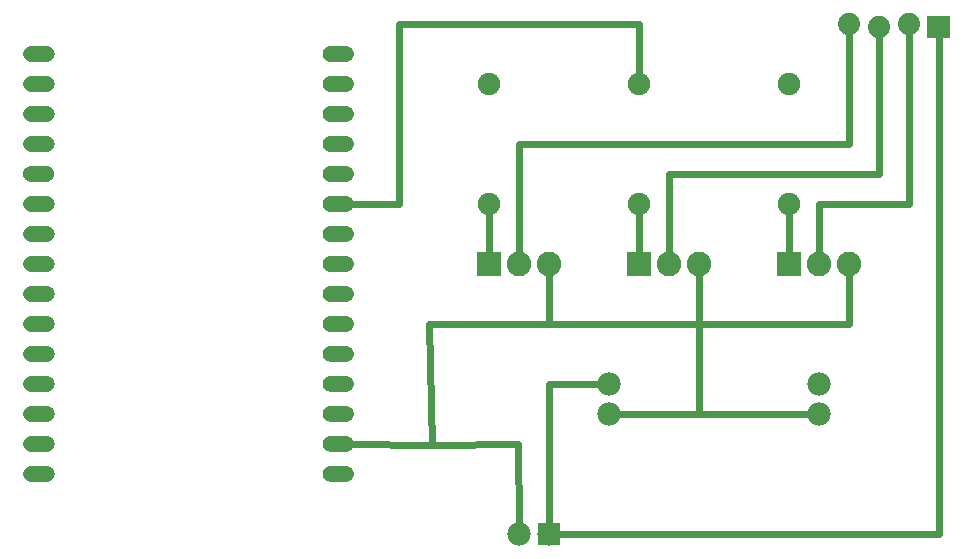
<source format=gtl>
G04 MADE WITH FRITZING*
G04 WWW.FRITZING.ORG*
G04 DOUBLE SIDED*
G04 HOLES PLATED*
G04 CONTOUR ON CENTER OF CONTOUR VECTOR*
%ASAXBY*%
%FSLAX23Y23*%
%MOIN*%
%OFA0B0*%
%SFA1.0B1.0*%
%ADD10C,0.052000*%
%ADD11C,0.082000*%
%ADD12C,0.075000*%
%ADD13C,0.078000*%
%ADD14C,0.074000*%
%ADD15R,0.082000X0.082000*%
%ADD16R,0.078000X0.078000*%
%ADD17C,0.022000*%
%ADD18C,0.024000*%
%ADD19R,0.001000X0.001000*%
%LNCOPPER1*%
G90*
G70*
G54D10*
X1327Y431D03*
X1327Y531D03*
X1327Y631D03*
X1327Y731D03*
X1327Y831D03*
X1327Y931D03*
X1327Y1031D03*
X1327Y1131D03*
X1327Y1231D03*
X1327Y1331D03*
X1327Y1431D03*
X1327Y1531D03*
X1327Y1631D03*
X1327Y1731D03*
X1327Y1831D03*
X327Y1831D03*
X327Y1731D03*
X327Y1631D03*
X327Y1531D03*
X327Y1431D03*
X327Y1331D03*
X327Y1231D03*
X327Y1131D03*
X327Y1031D03*
X327Y931D03*
X327Y831D03*
X327Y731D03*
X327Y631D03*
X327Y531D03*
X327Y431D03*
G54D11*
X1827Y1131D03*
X1927Y1131D03*
X2027Y1131D03*
X2327Y1131D03*
X2427Y1131D03*
X2527Y1131D03*
X2827Y1131D03*
X2927Y1131D03*
X3027Y1131D03*
G54D12*
X2827Y1731D03*
X2827Y1331D03*
X2327Y1731D03*
X2327Y1331D03*
X1827Y1731D03*
X1827Y1331D03*
G54D13*
X2027Y231D03*
X1927Y231D03*
X2227Y731D03*
X2227Y631D03*
X2927Y731D03*
X2927Y631D03*
G54D14*
X3327Y1921D03*
X3227Y1931D03*
X3127Y1921D03*
X3027Y1931D03*
X3327Y1921D03*
X3227Y1931D03*
X3127Y1921D03*
X3027Y1931D03*
G54D15*
X1827Y1131D03*
X2327Y1131D03*
X2827Y1131D03*
G54D16*
X2027Y231D03*
G54D17*
X3027Y1531D02*
X1927Y1531D01*
D02*
X1927Y1531D02*
X1927Y1163D01*
D02*
X3027Y1900D02*
X3027Y1531D01*
D02*
X3227Y1330D02*
X2927Y1330D01*
D02*
X2927Y1330D02*
X2927Y1163D01*
D02*
X3227Y1900D02*
X3227Y1330D01*
D02*
X3128Y1431D02*
X2427Y1431D01*
D02*
X2427Y1431D02*
X2427Y1163D01*
D02*
X3127Y1890D02*
X3128Y1431D01*
G54D18*
D02*
X2027Y931D02*
X1627Y930D01*
D02*
X1627Y930D02*
X1639Y526D01*
D02*
X1639Y526D02*
X1357Y530D01*
D02*
X2027Y1099D02*
X2027Y931D01*
D02*
X1528Y1332D02*
X1528Y1931D01*
D02*
X1528Y1931D02*
X2328Y1931D01*
D02*
X2328Y1931D02*
X2327Y1759D01*
D02*
X1357Y1331D02*
X1528Y1332D01*
G54D17*
D02*
X3327Y231D02*
X3327Y1890D01*
D02*
X2057Y231D02*
X3327Y231D01*
G54D18*
D02*
X1827Y1163D02*
X1827Y1302D01*
D02*
X2327Y1163D02*
X2327Y1302D01*
D02*
X2827Y1163D02*
X2827Y1302D01*
D02*
X2028Y730D02*
X2027Y261D01*
D02*
X2197Y731D02*
X2028Y730D01*
D02*
X2528Y931D02*
X2527Y1099D01*
D02*
X2027Y931D02*
X2528Y931D01*
D02*
X3027Y931D02*
X3027Y1099D01*
D02*
X2728Y931D02*
X3027Y931D01*
D02*
X2528Y931D02*
X2728Y931D01*
D02*
X2528Y931D02*
X2528Y630D01*
D02*
X2528Y630D02*
X2257Y631D01*
D02*
X2528Y630D02*
X2897Y631D01*
D02*
X1639Y526D02*
X1926Y531D01*
D02*
X1926Y531D02*
X1927Y261D01*
G54D19*
X3290Y1958D02*
X3363Y1958D01*
X3290Y1957D02*
X3363Y1957D01*
X3290Y1956D02*
X3363Y1956D01*
X3290Y1955D02*
X3363Y1955D01*
X3290Y1954D02*
X3363Y1954D01*
X3290Y1953D02*
X3363Y1953D01*
X3290Y1952D02*
X3363Y1952D01*
X3290Y1951D02*
X3363Y1951D01*
X3290Y1950D02*
X3363Y1950D01*
X3290Y1949D02*
X3363Y1949D01*
X3290Y1948D02*
X3363Y1948D01*
X3290Y1947D02*
X3363Y1947D01*
X3290Y1946D02*
X3363Y1946D01*
X3290Y1945D02*
X3363Y1945D01*
X3290Y1944D02*
X3363Y1944D01*
X3290Y1943D02*
X3363Y1943D01*
X3290Y1942D02*
X3363Y1942D01*
X3290Y1941D02*
X3325Y1941D01*
X3328Y1941D02*
X3363Y1941D01*
X3290Y1940D02*
X3320Y1940D01*
X3333Y1940D02*
X3363Y1940D01*
X3290Y1939D02*
X3317Y1939D01*
X3336Y1939D02*
X3363Y1939D01*
X3290Y1938D02*
X3315Y1938D01*
X3338Y1938D02*
X3363Y1938D01*
X3290Y1937D02*
X3314Y1937D01*
X3339Y1937D02*
X3363Y1937D01*
X3290Y1936D02*
X3313Y1936D01*
X3340Y1936D02*
X3363Y1936D01*
X3290Y1935D02*
X3312Y1935D01*
X3341Y1935D02*
X3363Y1935D01*
X3290Y1934D02*
X3311Y1934D01*
X3342Y1934D02*
X3363Y1934D01*
X3290Y1933D02*
X3310Y1933D01*
X3343Y1933D02*
X3363Y1933D01*
X3290Y1932D02*
X3309Y1932D01*
X3344Y1932D02*
X3363Y1932D01*
X3290Y1931D02*
X3309Y1931D01*
X3344Y1931D02*
X3363Y1931D01*
X3290Y1930D02*
X3308Y1930D01*
X3345Y1930D02*
X3363Y1930D01*
X3290Y1929D02*
X3308Y1929D01*
X3345Y1929D02*
X3363Y1929D01*
X3290Y1928D02*
X3307Y1928D01*
X3346Y1928D02*
X3363Y1928D01*
X3290Y1927D02*
X3307Y1927D01*
X3346Y1927D02*
X3363Y1927D01*
X3290Y1926D02*
X3307Y1926D01*
X3346Y1926D02*
X3363Y1926D01*
X3290Y1925D02*
X3306Y1925D01*
X3347Y1925D02*
X3363Y1925D01*
X3290Y1924D02*
X3306Y1924D01*
X3347Y1924D02*
X3363Y1924D01*
X3290Y1923D02*
X3306Y1923D01*
X3347Y1923D02*
X3363Y1923D01*
X3290Y1922D02*
X3306Y1922D01*
X3347Y1922D02*
X3363Y1922D01*
X3290Y1921D02*
X3306Y1921D01*
X3347Y1921D02*
X3363Y1921D01*
X3290Y1920D02*
X3306Y1920D01*
X3347Y1920D02*
X3363Y1920D01*
X3290Y1919D02*
X3306Y1919D01*
X3347Y1919D02*
X3363Y1919D01*
X3290Y1918D02*
X3306Y1918D01*
X3347Y1918D02*
X3363Y1918D01*
X3290Y1917D02*
X3306Y1917D01*
X3347Y1917D02*
X3363Y1917D01*
X3290Y1916D02*
X3307Y1916D01*
X3346Y1916D02*
X3363Y1916D01*
X3290Y1915D02*
X3307Y1915D01*
X3346Y1915D02*
X3363Y1915D01*
X3290Y1914D02*
X3307Y1914D01*
X3346Y1914D02*
X3363Y1914D01*
X3290Y1913D02*
X3308Y1913D01*
X3345Y1913D02*
X3363Y1913D01*
X3290Y1912D02*
X3308Y1912D01*
X3345Y1912D02*
X3363Y1912D01*
X3290Y1911D02*
X3309Y1911D01*
X3344Y1911D02*
X3363Y1911D01*
X3290Y1910D02*
X3309Y1910D01*
X3344Y1910D02*
X3363Y1910D01*
X3290Y1909D02*
X3310Y1909D01*
X3343Y1909D02*
X3363Y1909D01*
X3290Y1908D02*
X3311Y1908D01*
X3342Y1908D02*
X3363Y1908D01*
X3290Y1907D02*
X3312Y1907D01*
X3341Y1907D02*
X3363Y1907D01*
X3290Y1906D02*
X3313Y1906D01*
X3340Y1906D02*
X3363Y1906D01*
X3290Y1905D02*
X3314Y1905D01*
X3339Y1905D02*
X3363Y1905D01*
X3290Y1904D02*
X3316Y1904D01*
X3337Y1904D02*
X3363Y1904D01*
X3290Y1903D02*
X3317Y1903D01*
X3336Y1903D02*
X3363Y1903D01*
X3290Y1902D02*
X3320Y1902D01*
X3333Y1902D02*
X3363Y1902D01*
X3290Y1901D02*
X3363Y1901D01*
X3290Y1900D02*
X3363Y1900D01*
X3290Y1899D02*
X3363Y1899D01*
X3290Y1898D02*
X3363Y1898D01*
X3290Y1897D02*
X3363Y1897D01*
X3290Y1896D02*
X3363Y1896D01*
X3290Y1895D02*
X3363Y1895D01*
X3290Y1894D02*
X3363Y1894D01*
X3290Y1893D02*
X3363Y1893D01*
X3290Y1892D02*
X3363Y1892D01*
X3290Y1891D02*
X3363Y1891D01*
X3290Y1890D02*
X3363Y1890D01*
X3290Y1889D02*
X3363Y1889D01*
X3290Y1888D02*
X3363Y1888D01*
X3290Y1887D02*
X3363Y1887D01*
X3290Y1886D02*
X3363Y1886D01*
X3290Y1885D02*
X3363Y1885D01*
X302Y1857D02*
X355Y1857D01*
X1299Y1857D02*
X1352Y1857D01*
X295Y1856D02*
X361Y1856D01*
X1293Y1856D02*
X1358Y1856D01*
X293Y1855D02*
X364Y1855D01*
X1290Y1855D02*
X1361Y1855D01*
X291Y1854D02*
X366Y1854D01*
X1288Y1854D02*
X1363Y1854D01*
X289Y1853D02*
X368Y1853D01*
X1286Y1853D02*
X1365Y1853D01*
X287Y1852D02*
X369Y1852D01*
X1285Y1852D02*
X1366Y1852D01*
X286Y1851D02*
X370Y1851D01*
X1284Y1851D02*
X1368Y1851D01*
X285Y1850D02*
X371Y1850D01*
X1282Y1850D02*
X1369Y1850D01*
X284Y1849D02*
X372Y1849D01*
X1281Y1849D02*
X1370Y1849D01*
X283Y1848D02*
X373Y1848D01*
X1280Y1848D02*
X1371Y1848D01*
X282Y1847D02*
X374Y1847D01*
X1280Y1847D02*
X1372Y1847D01*
X281Y1846D02*
X322Y1846D01*
X334Y1846D02*
X375Y1846D01*
X1279Y1846D02*
X1319Y1846D01*
X1331Y1846D02*
X1372Y1846D01*
X281Y1845D02*
X320Y1845D01*
X337Y1845D02*
X376Y1845D01*
X1278Y1845D02*
X1317Y1845D01*
X1333Y1845D02*
X1373Y1845D01*
X280Y1844D02*
X318Y1844D01*
X338Y1844D02*
X376Y1844D01*
X1278Y1844D02*
X1315Y1844D01*
X1335Y1844D02*
X1374Y1844D01*
X280Y1843D02*
X317Y1843D01*
X339Y1843D02*
X377Y1843D01*
X1277Y1843D02*
X1314Y1843D01*
X1336Y1843D02*
X1374Y1843D01*
X279Y1842D02*
X316Y1842D01*
X340Y1842D02*
X377Y1842D01*
X1277Y1842D02*
X1313Y1842D01*
X1337Y1842D02*
X1375Y1842D01*
X279Y1841D02*
X315Y1841D01*
X341Y1841D02*
X378Y1841D01*
X1276Y1841D02*
X1312Y1841D01*
X1338Y1841D02*
X1375Y1841D01*
X278Y1840D02*
X314Y1840D01*
X342Y1840D02*
X378Y1840D01*
X1276Y1840D02*
X1311Y1840D01*
X1339Y1840D02*
X1376Y1840D01*
X278Y1839D02*
X314Y1839D01*
X343Y1839D02*
X378Y1839D01*
X1275Y1839D02*
X1310Y1839D01*
X1339Y1839D02*
X1376Y1839D01*
X278Y1838D02*
X313Y1838D01*
X343Y1838D02*
X379Y1838D01*
X1275Y1838D02*
X1310Y1838D01*
X1340Y1838D02*
X1376Y1838D01*
X277Y1837D02*
X313Y1837D01*
X344Y1837D02*
X379Y1837D01*
X1275Y1837D02*
X1309Y1837D01*
X1340Y1837D02*
X1376Y1837D01*
X277Y1836D02*
X312Y1836D01*
X344Y1836D02*
X379Y1836D01*
X1275Y1836D02*
X1309Y1836D01*
X1341Y1836D02*
X1377Y1836D01*
X277Y1835D02*
X312Y1835D01*
X344Y1835D02*
X379Y1835D01*
X1274Y1835D02*
X1309Y1835D01*
X1341Y1835D02*
X1377Y1835D01*
X277Y1834D02*
X312Y1834D01*
X345Y1834D02*
X379Y1834D01*
X1274Y1834D02*
X1309Y1834D01*
X1341Y1834D02*
X1377Y1834D01*
X277Y1833D02*
X312Y1833D01*
X345Y1833D02*
X380Y1833D01*
X1274Y1833D02*
X1308Y1833D01*
X1341Y1833D02*
X1377Y1833D01*
X277Y1832D02*
X312Y1832D01*
X345Y1832D02*
X380Y1832D01*
X1274Y1832D02*
X1308Y1832D01*
X1342Y1832D02*
X1377Y1832D01*
X277Y1831D02*
X312Y1831D01*
X345Y1831D02*
X380Y1831D01*
X1274Y1831D02*
X1308Y1831D01*
X1342Y1831D02*
X1377Y1831D01*
X277Y1830D02*
X312Y1830D01*
X345Y1830D02*
X380Y1830D01*
X1274Y1830D02*
X1308Y1830D01*
X1342Y1830D02*
X1377Y1830D01*
X277Y1829D02*
X312Y1829D01*
X345Y1829D02*
X380Y1829D01*
X1274Y1829D02*
X1308Y1829D01*
X1341Y1829D02*
X1377Y1829D01*
X277Y1828D02*
X312Y1828D01*
X345Y1828D02*
X379Y1828D01*
X1274Y1828D02*
X1308Y1828D01*
X1341Y1828D02*
X1377Y1828D01*
X277Y1827D02*
X312Y1827D01*
X344Y1827D02*
X379Y1827D01*
X1274Y1827D02*
X1309Y1827D01*
X1341Y1827D02*
X1377Y1827D01*
X277Y1826D02*
X312Y1826D01*
X344Y1826D02*
X379Y1826D01*
X1275Y1826D02*
X1309Y1826D01*
X1341Y1826D02*
X1377Y1826D01*
X277Y1825D02*
X313Y1825D01*
X344Y1825D02*
X379Y1825D01*
X1275Y1825D02*
X1309Y1825D01*
X1340Y1825D02*
X1376Y1825D01*
X278Y1824D02*
X313Y1824D01*
X343Y1824D02*
X379Y1824D01*
X1275Y1824D02*
X1310Y1824D01*
X1340Y1824D02*
X1376Y1824D01*
X278Y1823D02*
X314Y1823D01*
X343Y1823D02*
X378Y1823D01*
X1275Y1823D02*
X1310Y1823D01*
X1339Y1823D02*
X1376Y1823D01*
X278Y1822D02*
X314Y1822D01*
X342Y1822D02*
X378Y1822D01*
X1276Y1822D02*
X1311Y1822D01*
X1339Y1822D02*
X1376Y1822D01*
X279Y1821D02*
X315Y1821D01*
X341Y1821D02*
X378Y1821D01*
X1276Y1821D02*
X1312Y1821D01*
X1338Y1821D02*
X1375Y1821D01*
X279Y1820D02*
X316Y1820D01*
X341Y1820D02*
X377Y1820D01*
X1277Y1820D02*
X1313Y1820D01*
X1337Y1820D02*
X1375Y1820D01*
X280Y1819D02*
X317Y1819D01*
X340Y1819D02*
X377Y1819D01*
X1277Y1819D02*
X1314Y1819D01*
X1336Y1819D02*
X1374Y1819D01*
X280Y1818D02*
X318Y1818D01*
X338Y1818D02*
X376Y1818D01*
X1278Y1818D02*
X1315Y1818D01*
X1335Y1818D02*
X1374Y1818D01*
X281Y1817D02*
X320Y1817D01*
X337Y1817D02*
X376Y1817D01*
X1278Y1817D02*
X1316Y1817D01*
X1333Y1817D02*
X1373Y1817D01*
X282Y1816D02*
X322Y1816D01*
X335Y1816D02*
X375Y1816D01*
X1279Y1816D02*
X1319Y1816D01*
X1331Y1816D02*
X1372Y1816D01*
X282Y1815D02*
X327Y1815D01*
X330Y1815D02*
X374Y1815D01*
X1280Y1815D02*
X1324Y1815D01*
X1326Y1815D02*
X1372Y1815D01*
X283Y1814D02*
X373Y1814D01*
X1281Y1814D02*
X1371Y1814D01*
X284Y1813D02*
X372Y1813D01*
X1281Y1813D02*
X1370Y1813D01*
X285Y1812D02*
X371Y1812D01*
X1282Y1812D02*
X1369Y1812D01*
X286Y1811D02*
X370Y1811D01*
X1284Y1811D02*
X1368Y1811D01*
X287Y1810D02*
X369Y1810D01*
X1285Y1810D02*
X1366Y1810D01*
X289Y1809D02*
X367Y1809D01*
X1286Y1809D02*
X1365Y1809D01*
X291Y1808D02*
X366Y1808D01*
X1288Y1808D02*
X1363Y1808D01*
X293Y1807D02*
X364Y1807D01*
X1290Y1807D02*
X1361Y1807D01*
X296Y1806D02*
X361Y1806D01*
X1293Y1806D02*
X1358Y1806D01*
X302Y1757D02*
X355Y1757D01*
X1299Y1757D02*
X1352Y1757D01*
X295Y1756D02*
X361Y1756D01*
X1293Y1756D02*
X1358Y1756D01*
X293Y1755D02*
X364Y1755D01*
X1290Y1755D02*
X1361Y1755D01*
X291Y1754D02*
X366Y1754D01*
X1288Y1754D02*
X1363Y1754D01*
X289Y1753D02*
X368Y1753D01*
X1286Y1753D02*
X1365Y1753D01*
X287Y1752D02*
X369Y1752D01*
X1285Y1752D02*
X1367Y1752D01*
X286Y1751D02*
X370Y1751D01*
X1284Y1751D02*
X1368Y1751D01*
X285Y1750D02*
X371Y1750D01*
X1282Y1750D02*
X1369Y1750D01*
X284Y1749D02*
X372Y1749D01*
X1281Y1749D02*
X1370Y1749D01*
X283Y1748D02*
X373Y1748D01*
X1280Y1748D02*
X1371Y1748D01*
X282Y1747D02*
X374Y1747D01*
X1280Y1747D02*
X1372Y1747D01*
X281Y1746D02*
X322Y1746D01*
X334Y1746D02*
X375Y1746D01*
X1279Y1746D02*
X1319Y1746D01*
X1331Y1746D02*
X1372Y1746D01*
X281Y1745D02*
X320Y1745D01*
X337Y1745D02*
X376Y1745D01*
X1278Y1745D02*
X1317Y1745D01*
X1333Y1745D02*
X1373Y1745D01*
X280Y1744D02*
X318Y1744D01*
X338Y1744D02*
X376Y1744D01*
X1278Y1744D02*
X1315Y1744D01*
X1335Y1744D02*
X1374Y1744D01*
X280Y1743D02*
X317Y1743D01*
X339Y1743D02*
X377Y1743D01*
X1277Y1743D02*
X1314Y1743D01*
X1336Y1743D02*
X1374Y1743D01*
X279Y1742D02*
X316Y1742D01*
X340Y1742D02*
X377Y1742D01*
X1277Y1742D02*
X1313Y1742D01*
X1337Y1742D02*
X1375Y1742D01*
X279Y1741D02*
X315Y1741D01*
X341Y1741D02*
X378Y1741D01*
X1276Y1741D02*
X1312Y1741D01*
X1338Y1741D02*
X1375Y1741D01*
X278Y1740D02*
X314Y1740D01*
X342Y1740D02*
X378Y1740D01*
X1276Y1740D02*
X1311Y1740D01*
X1339Y1740D02*
X1376Y1740D01*
X278Y1739D02*
X314Y1739D01*
X343Y1739D02*
X378Y1739D01*
X1275Y1739D02*
X1310Y1739D01*
X1339Y1739D02*
X1376Y1739D01*
X278Y1738D02*
X313Y1738D01*
X343Y1738D02*
X379Y1738D01*
X1275Y1738D02*
X1310Y1738D01*
X1340Y1738D02*
X1376Y1738D01*
X277Y1737D02*
X313Y1737D01*
X344Y1737D02*
X379Y1737D01*
X1275Y1737D02*
X1309Y1737D01*
X1340Y1737D02*
X1376Y1737D01*
X277Y1736D02*
X312Y1736D01*
X344Y1736D02*
X379Y1736D01*
X1275Y1736D02*
X1309Y1736D01*
X1341Y1736D02*
X1377Y1736D01*
X277Y1735D02*
X312Y1735D01*
X344Y1735D02*
X379Y1735D01*
X1274Y1735D02*
X1309Y1735D01*
X1341Y1735D02*
X1377Y1735D01*
X277Y1734D02*
X312Y1734D01*
X345Y1734D02*
X379Y1734D01*
X1274Y1734D02*
X1309Y1734D01*
X1341Y1734D02*
X1377Y1734D01*
X277Y1733D02*
X312Y1733D01*
X345Y1733D02*
X380Y1733D01*
X1274Y1733D02*
X1308Y1733D01*
X1341Y1733D02*
X1377Y1733D01*
X277Y1732D02*
X312Y1732D01*
X345Y1732D02*
X380Y1732D01*
X1274Y1732D02*
X1308Y1732D01*
X1342Y1732D02*
X1377Y1732D01*
X277Y1731D02*
X312Y1731D01*
X345Y1731D02*
X380Y1731D01*
X1274Y1731D02*
X1308Y1731D01*
X1342Y1731D02*
X1377Y1731D01*
X277Y1730D02*
X312Y1730D01*
X345Y1730D02*
X380Y1730D01*
X1274Y1730D02*
X1308Y1730D01*
X1342Y1730D02*
X1377Y1730D01*
X277Y1729D02*
X312Y1729D01*
X345Y1729D02*
X380Y1729D01*
X1274Y1729D02*
X1308Y1729D01*
X1341Y1729D02*
X1377Y1729D01*
X277Y1728D02*
X312Y1728D01*
X345Y1728D02*
X379Y1728D01*
X1274Y1728D02*
X1309Y1728D01*
X1341Y1728D02*
X1377Y1728D01*
X277Y1727D02*
X312Y1727D01*
X344Y1727D02*
X379Y1727D01*
X1275Y1727D02*
X1309Y1727D01*
X1341Y1727D02*
X1377Y1727D01*
X277Y1726D02*
X312Y1726D01*
X344Y1726D02*
X379Y1726D01*
X1275Y1726D02*
X1309Y1726D01*
X1341Y1726D02*
X1377Y1726D01*
X277Y1725D02*
X313Y1725D01*
X344Y1725D02*
X379Y1725D01*
X1275Y1725D02*
X1309Y1725D01*
X1340Y1725D02*
X1376Y1725D01*
X278Y1724D02*
X313Y1724D01*
X343Y1724D02*
X379Y1724D01*
X1275Y1724D02*
X1310Y1724D01*
X1340Y1724D02*
X1376Y1724D01*
X278Y1723D02*
X314Y1723D01*
X343Y1723D02*
X378Y1723D01*
X1275Y1723D02*
X1310Y1723D01*
X1339Y1723D02*
X1376Y1723D01*
X278Y1722D02*
X314Y1722D01*
X342Y1722D02*
X378Y1722D01*
X1276Y1722D02*
X1311Y1722D01*
X1339Y1722D02*
X1376Y1722D01*
X279Y1721D02*
X315Y1721D01*
X341Y1721D02*
X378Y1721D01*
X1276Y1721D02*
X1312Y1721D01*
X1338Y1721D02*
X1375Y1721D01*
X279Y1720D02*
X316Y1720D01*
X341Y1720D02*
X377Y1720D01*
X1277Y1720D02*
X1313Y1720D01*
X1337Y1720D02*
X1375Y1720D01*
X280Y1719D02*
X317Y1719D01*
X339Y1719D02*
X377Y1719D01*
X1277Y1719D02*
X1314Y1719D01*
X1336Y1719D02*
X1374Y1719D01*
X280Y1718D02*
X318Y1718D01*
X338Y1718D02*
X376Y1718D01*
X1278Y1718D02*
X1315Y1718D01*
X1335Y1718D02*
X1374Y1718D01*
X281Y1717D02*
X320Y1717D01*
X337Y1717D02*
X376Y1717D01*
X1278Y1717D02*
X1316Y1717D01*
X1333Y1717D02*
X1373Y1717D01*
X282Y1716D02*
X322Y1716D01*
X334Y1716D02*
X375Y1716D01*
X1279Y1716D02*
X1319Y1716D01*
X1331Y1716D02*
X1372Y1716D01*
X282Y1715D02*
X327Y1715D01*
X329Y1715D02*
X374Y1715D01*
X1280Y1715D02*
X1324Y1715D01*
X1326Y1715D02*
X1372Y1715D01*
X283Y1714D02*
X373Y1714D01*
X1281Y1714D02*
X1371Y1714D01*
X284Y1713D02*
X372Y1713D01*
X1281Y1713D02*
X1370Y1713D01*
X285Y1712D02*
X371Y1712D01*
X1283Y1712D02*
X1369Y1712D01*
X286Y1711D02*
X370Y1711D01*
X1284Y1711D02*
X1368Y1711D01*
X287Y1710D02*
X369Y1710D01*
X1285Y1710D02*
X1366Y1710D01*
X289Y1709D02*
X367Y1709D01*
X1286Y1709D02*
X1365Y1709D01*
X291Y1708D02*
X366Y1708D01*
X1288Y1708D02*
X1363Y1708D01*
X293Y1707D02*
X364Y1707D01*
X1290Y1707D02*
X1361Y1707D01*
X296Y1706D02*
X361Y1706D01*
X1293Y1706D02*
X1358Y1706D01*
X301Y1657D02*
X355Y1657D01*
X1299Y1657D02*
X1353Y1657D01*
X295Y1656D02*
X361Y1656D01*
X1293Y1656D02*
X1358Y1656D01*
X293Y1655D02*
X364Y1655D01*
X1290Y1655D02*
X1361Y1655D01*
X291Y1654D02*
X366Y1654D01*
X1288Y1654D02*
X1363Y1654D01*
X289Y1653D02*
X368Y1653D01*
X1286Y1653D02*
X1365Y1653D01*
X287Y1652D02*
X369Y1652D01*
X1285Y1652D02*
X1367Y1652D01*
X286Y1651D02*
X370Y1651D01*
X1284Y1651D02*
X1368Y1651D01*
X285Y1650D02*
X371Y1650D01*
X1282Y1650D02*
X1369Y1650D01*
X284Y1649D02*
X372Y1649D01*
X1281Y1649D02*
X1370Y1649D01*
X283Y1648D02*
X373Y1648D01*
X1280Y1648D02*
X1371Y1648D01*
X282Y1647D02*
X374Y1647D01*
X1280Y1647D02*
X1372Y1647D01*
X281Y1646D02*
X322Y1646D01*
X334Y1646D02*
X375Y1646D01*
X1279Y1646D02*
X1319Y1646D01*
X1331Y1646D02*
X1372Y1646D01*
X281Y1645D02*
X320Y1645D01*
X337Y1645D02*
X376Y1645D01*
X1278Y1645D02*
X1317Y1645D01*
X1333Y1645D02*
X1373Y1645D01*
X280Y1644D02*
X318Y1644D01*
X338Y1644D02*
X376Y1644D01*
X1278Y1644D02*
X1315Y1644D01*
X1335Y1644D02*
X1374Y1644D01*
X280Y1643D02*
X317Y1643D01*
X339Y1643D02*
X377Y1643D01*
X1277Y1643D02*
X1314Y1643D01*
X1336Y1643D02*
X1374Y1643D01*
X279Y1642D02*
X316Y1642D01*
X340Y1642D02*
X377Y1642D01*
X1277Y1642D02*
X1313Y1642D01*
X1337Y1642D02*
X1375Y1642D01*
X279Y1641D02*
X315Y1641D01*
X341Y1641D02*
X378Y1641D01*
X1276Y1641D02*
X1312Y1641D01*
X1338Y1641D02*
X1375Y1641D01*
X278Y1640D02*
X314Y1640D01*
X342Y1640D02*
X378Y1640D01*
X1276Y1640D02*
X1311Y1640D01*
X1339Y1640D02*
X1376Y1640D01*
X278Y1639D02*
X314Y1639D01*
X343Y1639D02*
X378Y1639D01*
X1275Y1639D02*
X1310Y1639D01*
X1339Y1639D02*
X1376Y1639D01*
X278Y1638D02*
X313Y1638D01*
X343Y1638D02*
X379Y1638D01*
X1275Y1638D02*
X1310Y1638D01*
X1340Y1638D02*
X1376Y1638D01*
X277Y1637D02*
X313Y1637D01*
X344Y1637D02*
X379Y1637D01*
X1275Y1637D02*
X1309Y1637D01*
X1340Y1637D02*
X1376Y1637D01*
X277Y1636D02*
X312Y1636D01*
X344Y1636D02*
X379Y1636D01*
X1275Y1636D02*
X1309Y1636D01*
X1341Y1636D02*
X1377Y1636D01*
X277Y1635D02*
X312Y1635D01*
X344Y1635D02*
X379Y1635D01*
X1274Y1635D02*
X1309Y1635D01*
X1341Y1635D02*
X1377Y1635D01*
X277Y1634D02*
X312Y1634D01*
X345Y1634D02*
X379Y1634D01*
X1274Y1634D02*
X1309Y1634D01*
X1341Y1634D02*
X1377Y1634D01*
X277Y1633D02*
X312Y1633D01*
X345Y1633D02*
X380Y1633D01*
X1274Y1633D02*
X1308Y1633D01*
X1341Y1633D02*
X1377Y1633D01*
X277Y1632D02*
X312Y1632D01*
X345Y1632D02*
X380Y1632D01*
X1274Y1632D02*
X1308Y1632D01*
X1342Y1632D02*
X1377Y1632D01*
X277Y1631D02*
X312Y1631D01*
X345Y1631D02*
X380Y1631D01*
X1274Y1631D02*
X1308Y1631D01*
X1342Y1631D02*
X1377Y1631D01*
X277Y1630D02*
X312Y1630D01*
X345Y1630D02*
X380Y1630D01*
X1274Y1630D02*
X1308Y1630D01*
X1342Y1630D02*
X1377Y1630D01*
X277Y1629D02*
X312Y1629D01*
X345Y1629D02*
X380Y1629D01*
X1274Y1629D02*
X1308Y1629D01*
X1341Y1629D02*
X1377Y1629D01*
X277Y1628D02*
X312Y1628D01*
X345Y1628D02*
X379Y1628D01*
X1274Y1628D02*
X1309Y1628D01*
X1341Y1628D02*
X1377Y1628D01*
X277Y1627D02*
X312Y1627D01*
X344Y1627D02*
X379Y1627D01*
X1274Y1627D02*
X1309Y1627D01*
X1341Y1627D02*
X1377Y1627D01*
X277Y1626D02*
X312Y1626D01*
X344Y1626D02*
X379Y1626D01*
X1275Y1626D02*
X1309Y1626D01*
X1341Y1626D02*
X1377Y1626D01*
X277Y1625D02*
X313Y1625D01*
X344Y1625D02*
X379Y1625D01*
X1275Y1625D02*
X1309Y1625D01*
X1340Y1625D02*
X1376Y1625D01*
X278Y1624D02*
X313Y1624D01*
X343Y1624D02*
X379Y1624D01*
X1275Y1624D02*
X1310Y1624D01*
X1340Y1624D02*
X1376Y1624D01*
X278Y1623D02*
X314Y1623D01*
X343Y1623D02*
X378Y1623D01*
X1275Y1623D02*
X1310Y1623D01*
X1339Y1623D02*
X1376Y1623D01*
X278Y1622D02*
X314Y1622D01*
X342Y1622D02*
X378Y1622D01*
X1276Y1622D02*
X1311Y1622D01*
X1339Y1622D02*
X1375Y1622D01*
X279Y1621D02*
X315Y1621D01*
X341Y1621D02*
X378Y1621D01*
X1276Y1621D02*
X1312Y1621D01*
X1338Y1621D02*
X1375Y1621D01*
X279Y1620D02*
X316Y1620D01*
X341Y1620D02*
X377Y1620D01*
X1277Y1620D02*
X1313Y1620D01*
X1337Y1620D02*
X1375Y1620D01*
X280Y1619D02*
X317Y1619D01*
X339Y1619D02*
X377Y1619D01*
X1277Y1619D02*
X1314Y1619D01*
X1336Y1619D02*
X1374Y1619D01*
X280Y1618D02*
X318Y1618D01*
X338Y1618D02*
X376Y1618D01*
X1278Y1618D02*
X1315Y1618D01*
X1335Y1618D02*
X1374Y1618D01*
X281Y1617D02*
X320Y1617D01*
X337Y1617D02*
X376Y1617D01*
X1278Y1617D02*
X1316Y1617D01*
X1333Y1617D02*
X1373Y1617D01*
X282Y1616D02*
X322Y1616D01*
X334Y1616D02*
X375Y1616D01*
X1279Y1616D02*
X1319Y1616D01*
X1331Y1616D02*
X1372Y1616D01*
X282Y1615D02*
X374Y1615D01*
X1280Y1615D02*
X1372Y1615D01*
X283Y1614D02*
X373Y1614D01*
X1281Y1614D02*
X1371Y1614D01*
X284Y1613D02*
X372Y1613D01*
X1281Y1613D02*
X1370Y1613D01*
X285Y1612D02*
X371Y1612D01*
X1282Y1612D02*
X1369Y1612D01*
X286Y1611D02*
X370Y1611D01*
X1284Y1611D02*
X1368Y1611D01*
X287Y1610D02*
X369Y1610D01*
X1285Y1610D02*
X1366Y1610D01*
X289Y1609D02*
X367Y1609D01*
X1286Y1609D02*
X1365Y1609D01*
X291Y1608D02*
X366Y1608D01*
X1288Y1608D02*
X1363Y1608D01*
X293Y1607D02*
X364Y1607D01*
X1290Y1607D02*
X1361Y1607D01*
X296Y1606D02*
X361Y1606D01*
X1293Y1606D02*
X1358Y1606D01*
X301Y1557D02*
X355Y1557D01*
X1299Y1557D02*
X1353Y1557D01*
X295Y1556D02*
X361Y1556D01*
X1293Y1556D02*
X1358Y1556D01*
X293Y1555D02*
X364Y1555D01*
X1290Y1555D02*
X1361Y1555D01*
X291Y1554D02*
X366Y1554D01*
X1288Y1554D02*
X1363Y1554D01*
X289Y1553D02*
X368Y1553D01*
X1286Y1553D02*
X1365Y1553D01*
X287Y1552D02*
X369Y1552D01*
X1285Y1552D02*
X1367Y1552D01*
X286Y1551D02*
X370Y1551D01*
X1284Y1551D02*
X1368Y1551D01*
X285Y1550D02*
X371Y1550D01*
X1282Y1550D02*
X1369Y1550D01*
X284Y1549D02*
X372Y1549D01*
X1281Y1549D02*
X1370Y1549D01*
X283Y1548D02*
X373Y1548D01*
X1280Y1548D02*
X1371Y1548D01*
X282Y1547D02*
X374Y1547D01*
X1280Y1547D02*
X1372Y1547D01*
X281Y1546D02*
X322Y1546D01*
X335Y1546D02*
X375Y1546D01*
X1279Y1546D02*
X1319Y1546D01*
X1331Y1546D02*
X1372Y1546D01*
X281Y1545D02*
X320Y1545D01*
X337Y1545D02*
X376Y1545D01*
X1278Y1545D02*
X1316Y1545D01*
X1333Y1545D02*
X1373Y1545D01*
X280Y1544D02*
X318Y1544D01*
X338Y1544D02*
X376Y1544D01*
X1278Y1544D02*
X1315Y1544D01*
X1335Y1544D02*
X1374Y1544D01*
X280Y1543D02*
X317Y1543D01*
X340Y1543D02*
X377Y1543D01*
X1277Y1543D02*
X1314Y1543D01*
X1336Y1543D02*
X1374Y1543D01*
X279Y1542D02*
X316Y1542D01*
X341Y1542D02*
X377Y1542D01*
X1277Y1542D02*
X1313Y1542D01*
X1337Y1542D02*
X1375Y1542D01*
X279Y1541D02*
X315Y1541D01*
X342Y1541D02*
X378Y1541D01*
X1276Y1541D02*
X1312Y1541D01*
X1338Y1541D02*
X1375Y1541D01*
X278Y1540D02*
X314Y1540D01*
X342Y1540D02*
X378Y1540D01*
X1276Y1540D02*
X1311Y1540D01*
X1339Y1540D02*
X1376Y1540D01*
X278Y1539D02*
X314Y1539D01*
X343Y1539D02*
X378Y1539D01*
X1275Y1539D02*
X1310Y1539D01*
X1340Y1539D02*
X1376Y1539D01*
X278Y1538D02*
X313Y1538D01*
X343Y1538D02*
X379Y1538D01*
X1275Y1538D02*
X1310Y1538D01*
X1340Y1538D02*
X1376Y1538D01*
X277Y1537D02*
X313Y1537D01*
X344Y1537D02*
X379Y1537D01*
X1275Y1537D02*
X1309Y1537D01*
X1341Y1537D02*
X1376Y1537D01*
X277Y1536D02*
X312Y1536D01*
X344Y1536D02*
X379Y1536D01*
X1275Y1536D02*
X1309Y1536D01*
X1341Y1536D02*
X1377Y1536D01*
X277Y1535D02*
X312Y1535D01*
X345Y1535D02*
X379Y1535D01*
X1274Y1535D02*
X1309Y1535D01*
X1341Y1535D02*
X1377Y1535D01*
X277Y1534D02*
X312Y1534D01*
X345Y1534D02*
X379Y1534D01*
X1274Y1534D02*
X1308Y1534D01*
X1341Y1534D02*
X1377Y1534D01*
X277Y1533D02*
X312Y1533D01*
X345Y1533D02*
X380Y1533D01*
X1274Y1533D02*
X1308Y1533D01*
X1342Y1533D02*
X1377Y1533D01*
X277Y1532D02*
X311Y1532D01*
X345Y1532D02*
X380Y1532D01*
X1274Y1532D02*
X1308Y1532D01*
X1342Y1532D02*
X1377Y1532D01*
X277Y1531D02*
X311Y1531D01*
X345Y1531D02*
X380Y1531D01*
X1274Y1531D02*
X1308Y1531D01*
X1342Y1531D02*
X1377Y1531D01*
X277Y1530D02*
X311Y1530D01*
X345Y1530D02*
X380Y1530D01*
X1274Y1530D02*
X1308Y1530D01*
X1342Y1530D02*
X1377Y1530D01*
X277Y1529D02*
X312Y1529D01*
X345Y1529D02*
X380Y1529D01*
X1274Y1529D02*
X1308Y1529D01*
X1342Y1529D02*
X1377Y1529D01*
X277Y1528D02*
X312Y1528D01*
X345Y1528D02*
X379Y1528D01*
X1274Y1528D02*
X1308Y1528D01*
X1341Y1528D02*
X1377Y1528D01*
X277Y1527D02*
X312Y1527D01*
X345Y1527D02*
X379Y1527D01*
X1275Y1527D02*
X1309Y1527D01*
X1341Y1527D02*
X1377Y1527D01*
X277Y1526D02*
X312Y1526D01*
X344Y1526D02*
X379Y1526D01*
X1275Y1526D02*
X1309Y1526D01*
X1341Y1526D02*
X1377Y1526D01*
X277Y1525D02*
X313Y1525D01*
X344Y1525D02*
X379Y1525D01*
X1275Y1525D02*
X1309Y1525D01*
X1341Y1525D02*
X1376Y1525D01*
X278Y1524D02*
X313Y1524D01*
X343Y1524D02*
X379Y1524D01*
X1275Y1524D02*
X1310Y1524D01*
X1340Y1524D02*
X1376Y1524D01*
X278Y1523D02*
X314Y1523D01*
X343Y1523D02*
X378Y1523D01*
X1275Y1523D02*
X1310Y1523D01*
X1340Y1523D02*
X1376Y1523D01*
X278Y1522D02*
X314Y1522D01*
X342Y1522D02*
X378Y1522D01*
X1276Y1522D02*
X1311Y1522D01*
X1339Y1522D02*
X1376Y1522D01*
X279Y1521D02*
X315Y1521D01*
X342Y1521D02*
X378Y1521D01*
X1276Y1521D02*
X1312Y1521D01*
X1338Y1521D02*
X1375Y1521D01*
X279Y1520D02*
X316Y1520D01*
X341Y1520D02*
X377Y1520D01*
X1277Y1520D02*
X1313Y1520D01*
X1337Y1520D02*
X1375Y1520D01*
X280Y1519D02*
X317Y1519D01*
X340Y1519D02*
X377Y1519D01*
X1277Y1519D02*
X1314Y1519D01*
X1336Y1519D02*
X1374Y1519D01*
X280Y1518D02*
X318Y1518D01*
X338Y1518D02*
X376Y1518D01*
X1278Y1518D02*
X1315Y1518D01*
X1335Y1518D02*
X1374Y1518D01*
X281Y1517D02*
X320Y1517D01*
X337Y1517D02*
X376Y1517D01*
X1278Y1517D02*
X1316Y1517D01*
X1333Y1517D02*
X1373Y1517D01*
X282Y1516D02*
X322Y1516D01*
X335Y1516D02*
X375Y1516D01*
X1279Y1516D02*
X1319Y1516D01*
X1331Y1516D02*
X1372Y1516D01*
X282Y1515D02*
X374Y1515D01*
X1280Y1515D02*
X1372Y1515D01*
X283Y1514D02*
X373Y1514D01*
X1281Y1514D02*
X1371Y1514D01*
X284Y1513D02*
X372Y1513D01*
X1281Y1513D02*
X1370Y1513D01*
X285Y1512D02*
X371Y1512D01*
X1283Y1512D02*
X1369Y1512D01*
X286Y1511D02*
X370Y1511D01*
X1284Y1511D02*
X1368Y1511D01*
X287Y1510D02*
X369Y1510D01*
X1285Y1510D02*
X1366Y1510D01*
X289Y1509D02*
X367Y1509D01*
X1286Y1509D02*
X1365Y1509D01*
X291Y1508D02*
X366Y1508D01*
X1288Y1508D02*
X1363Y1508D01*
X293Y1507D02*
X364Y1507D01*
X1290Y1507D02*
X1361Y1507D01*
X296Y1506D02*
X361Y1506D01*
X1293Y1506D02*
X1358Y1506D01*
X300Y1457D02*
X354Y1457D01*
X1298Y1457D02*
X1353Y1457D01*
X294Y1456D02*
X360Y1456D01*
X1293Y1456D02*
X1358Y1456D01*
X292Y1455D02*
X363Y1455D01*
X1290Y1455D02*
X1361Y1455D01*
X289Y1454D02*
X365Y1454D01*
X1288Y1454D02*
X1363Y1454D01*
X288Y1453D02*
X367Y1453D01*
X1286Y1453D02*
X1365Y1453D01*
X286Y1452D02*
X368Y1452D01*
X1285Y1452D02*
X1367Y1452D01*
X285Y1451D02*
X369Y1451D01*
X1283Y1451D02*
X1368Y1451D01*
X284Y1450D02*
X370Y1450D01*
X1282Y1450D02*
X1369Y1450D01*
X283Y1449D02*
X371Y1449D01*
X1281Y1449D02*
X1370Y1449D01*
X282Y1448D02*
X372Y1448D01*
X1280Y1448D02*
X1371Y1448D01*
X281Y1447D02*
X373Y1447D01*
X1280Y1447D02*
X1372Y1447D01*
X280Y1446D02*
X321Y1446D01*
X333Y1446D02*
X374Y1446D01*
X1279Y1446D02*
X1319Y1446D01*
X1331Y1446D02*
X1372Y1446D01*
X280Y1445D02*
X319Y1445D01*
X335Y1445D02*
X375Y1445D01*
X1278Y1445D02*
X1317Y1445D01*
X1333Y1445D02*
X1373Y1445D01*
X279Y1444D02*
X317Y1444D01*
X337Y1444D02*
X375Y1444D01*
X1278Y1444D02*
X1315Y1444D01*
X1335Y1444D02*
X1374Y1444D01*
X279Y1443D02*
X316Y1443D01*
X338Y1443D02*
X376Y1443D01*
X1277Y1443D02*
X1314Y1443D01*
X1336Y1443D02*
X1374Y1443D01*
X278Y1442D02*
X315Y1442D01*
X339Y1442D02*
X376Y1442D01*
X1277Y1442D02*
X1313Y1442D01*
X1337Y1442D02*
X1375Y1442D01*
X278Y1441D02*
X314Y1441D01*
X340Y1441D02*
X377Y1441D01*
X1276Y1441D02*
X1312Y1441D01*
X1338Y1441D02*
X1375Y1441D01*
X277Y1440D02*
X313Y1440D01*
X341Y1440D02*
X377Y1440D01*
X1276Y1440D02*
X1311Y1440D01*
X1339Y1440D02*
X1376Y1440D01*
X277Y1439D02*
X313Y1439D01*
X342Y1439D02*
X377Y1439D01*
X1275Y1439D02*
X1311Y1439D01*
X1339Y1439D02*
X1376Y1439D01*
X277Y1438D02*
X312Y1438D01*
X342Y1438D02*
X378Y1438D01*
X1275Y1438D02*
X1310Y1438D01*
X1340Y1438D02*
X1376Y1438D01*
X276Y1437D02*
X312Y1437D01*
X343Y1437D02*
X378Y1437D01*
X1275Y1437D02*
X1310Y1437D01*
X1340Y1437D02*
X1376Y1437D01*
X276Y1436D02*
X312Y1436D01*
X343Y1436D02*
X378Y1436D01*
X1275Y1436D02*
X1309Y1436D01*
X1341Y1436D02*
X1377Y1436D01*
X276Y1435D02*
X311Y1435D01*
X343Y1435D02*
X378Y1435D01*
X1274Y1435D02*
X1309Y1435D01*
X1341Y1435D02*
X1377Y1435D01*
X276Y1434D02*
X311Y1434D01*
X343Y1434D02*
X378Y1434D01*
X1274Y1434D02*
X1309Y1434D01*
X1341Y1434D02*
X1377Y1434D01*
X276Y1433D02*
X311Y1433D01*
X344Y1433D02*
X379Y1433D01*
X1274Y1433D02*
X1309Y1433D01*
X1341Y1433D02*
X1377Y1433D01*
X276Y1432D02*
X311Y1432D01*
X344Y1432D02*
X379Y1432D01*
X1274Y1432D02*
X1308Y1432D01*
X1341Y1432D02*
X1377Y1432D01*
X276Y1431D02*
X311Y1431D01*
X344Y1431D02*
X379Y1431D01*
X1274Y1431D02*
X1308Y1431D01*
X1341Y1431D02*
X1377Y1431D01*
X276Y1430D02*
X311Y1430D01*
X344Y1430D02*
X379Y1430D01*
X1274Y1430D02*
X1308Y1430D01*
X1341Y1430D02*
X1377Y1430D01*
X276Y1429D02*
X311Y1429D01*
X344Y1429D02*
X379Y1429D01*
X1274Y1429D02*
X1309Y1429D01*
X1341Y1429D02*
X1377Y1429D01*
X276Y1428D02*
X311Y1428D01*
X343Y1428D02*
X378Y1428D01*
X1274Y1428D02*
X1309Y1428D01*
X1341Y1428D02*
X1377Y1428D01*
X276Y1427D02*
X311Y1427D01*
X343Y1427D02*
X378Y1427D01*
X1274Y1427D02*
X1309Y1427D01*
X1341Y1427D02*
X1377Y1427D01*
X276Y1426D02*
X312Y1426D01*
X343Y1426D02*
X378Y1426D01*
X1275Y1426D02*
X1309Y1426D01*
X1341Y1426D02*
X1377Y1426D01*
X276Y1425D02*
X312Y1425D01*
X343Y1425D02*
X378Y1425D01*
X1275Y1425D02*
X1310Y1425D01*
X1340Y1425D02*
X1376Y1425D01*
X277Y1424D02*
X312Y1424D01*
X342Y1424D02*
X378Y1424D01*
X1275Y1424D02*
X1310Y1424D01*
X1340Y1424D02*
X1376Y1424D01*
X277Y1423D02*
X313Y1423D01*
X342Y1423D02*
X377Y1423D01*
X1275Y1423D02*
X1311Y1423D01*
X1339Y1423D02*
X1376Y1423D01*
X277Y1422D02*
X314Y1422D01*
X341Y1422D02*
X377Y1422D01*
X1276Y1422D02*
X1311Y1422D01*
X1339Y1422D02*
X1375Y1422D01*
X278Y1421D02*
X314Y1421D01*
X340Y1421D02*
X377Y1421D01*
X1276Y1421D02*
X1312Y1421D01*
X1338Y1421D02*
X1375Y1421D01*
X278Y1420D02*
X315Y1420D01*
X339Y1420D02*
X376Y1420D01*
X1277Y1420D02*
X1313Y1420D01*
X1337Y1420D02*
X1375Y1420D01*
X279Y1419D02*
X316Y1419D01*
X338Y1419D02*
X376Y1419D01*
X1277Y1419D02*
X1314Y1419D01*
X1336Y1419D02*
X1374Y1419D01*
X279Y1418D02*
X317Y1418D01*
X337Y1418D02*
X375Y1418D01*
X1278Y1418D02*
X1315Y1418D01*
X1335Y1418D02*
X1374Y1418D01*
X280Y1417D02*
X319Y1417D01*
X335Y1417D02*
X375Y1417D01*
X1278Y1417D02*
X1317Y1417D01*
X1333Y1417D02*
X1373Y1417D01*
X281Y1416D02*
X321Y1416D01*
X333Y1416D02*
X374Y1416D01*
X1279Y1416D02*
X1319Y1416D01*
X1331Y1416D02*
X1372Y1416D01*
X281Y1415D02*
X373Y1415D01*
X1280Y1415D02*
X1372Y1415D01*
X282Y1414D02*
X372Y1414D01*
X1281Y1414D02*
X1371Y1414D01*
X283Y1413D02*
X371Y1413D01*
X1281Y1413D02*
X1370Y1413D01*
X284Y1412D02*
X370Y1412D01*
X1283Y1412D02*
X1369Y1412D01*
X285Y1411D02*
X369Y1411D01*
X1284Y1411D02*
X1368Y1411D01*
X286Y1410D02*
X368Y1410D01*
X1285Y1410D02*
X1366Y1410D01*
X288Y1409D02*
X366Y1409D01*
X1286Y1409D02*
X1365Y1409D01*
X290Y1408D02*
X365Y1408D01*
X1288Y1408D02*
X1363Y1408D01*
X292Y1407D02*
X362Y1407D01*
X1290Y1407D02*
X1361Y1407D01*
X295Y1406D02*
X360Y1406D01*
X1293Y1406D02*
X1358Y1406D01*
X301Y1357D02*
X356Y1357D01*
X1298Y1357D02*
X1353Y1357D01*
X295Y1356D02*
X361Y1356D01*
X1293Y1356D02*
X1358Y1356D01*
X293Y1355D02*
X364Y1355D01*
X1290Y1355D02*
X1361Y1355D01*
X290Y1354D02*
X366Y1354D01*
X1288Y1354D02*
X1363Y1354D01*
X289Y1353D02*
X368Y1353D01*
X1286Y1353D02*
X1365Y1353D01*
X287Y1352D02*
X369Y1352D01*
X1285Y1352D02*
X1367Y1352D01*
X286Y1351D02*
X370Y1351D01*
X1283Y1351D02*
X1368Y1351D01*
X285Y1350D02*
X371Y1350D01*
X1282Y1350D02*
X1369Y1350D01*
X284Y1349D02*
X372Y1349D01*
X1281Y1349D02*
X1370Y1349D01*
X283Y1348D02*
X373Y1348D01*
X1280Y1348D02*
X1371Y1348D01*
X282Y1347D02*
X374Y1347D01*
X1280Y1347D02*
X1372Y1347D01*
X281Y1346D02*
X322Y1346D01*
X334Y1346D02*
X375Y1346D01*
X1279Y1346D02*
X1319Y1346D01*
X1331Y1346D02*
X1372Y1346D01*
X281Y1345D02*
X320Y1345D01*
X336Y1345D02*
X376Y1345D01*
X1278Y1345D02*
X1317Y1345D01*
X1333Y1345D02*
X1373Y1345D01*
X280Y1344D02*
X318Y1344D01*
X338Y1344D02*
X376Y1344D01*
X1278Y1344D02*
X1315Y1344D01*
X1335Y1344D02*
X1374Y1344D01*
X280Y1343D02*
X317Y1343D01*
X339Y1343D02*
X377Y1343D01*
X1277Y1343D02*
X1314Y1343D01*
X1336Y1343D02*
X1374Y1343D01*
X279Y1342D02*
X316Y1342D01*
X340Y1342D02*
X377Y1342D01*
X1277Y1342D02*
X1313Y1342D01*
X1337Y1342D02*
X1375Y1342D01*
X279Y1341D02*
X315Y1341D01*
X341Y1341D02*
X378Y1341D01*
X1276Y1341D02*
X1312Y1341D01*
X1338Y1341D02*
X1375Y1341D01*
X278Y1340D02*
X314Y1340D01*
X342Y1340D02*
X378Y1340D01*
X1276Y1340D02*
X1311Y1340D01*
X1339Y1340D02*
X1376Y1340D01*
X278Y1339D02*
X314Y1339D01*
X343Y1339D02*
X378Y1339D01*
X1275Y1339D02*
X1311Y1339D01*
X1339Y1339D02*
X1376Y1339D01*
X278Y1338D02*
X313Y1338D01*
X343Y1338D02*
X379Y1338D01*
X1275Y1338D02*
X1310Y1338D01*
X1340Y1338D02*
X1376Y1338D01*
X277Y1337D02*
X313Y1337D01*
X344Y1337D02*
X379Y1337D01*
X1275Y1337D02*
X1310Y1337D01*
X1340Y1337D02*
X1376Y1337D01*
X277Y1336D02*
X313Y1336D01*
X344Y1336D02*
X379Y1336D01*
X1275Y1336D02*
X1309Y1336D01*
X1341Y1336D02*
X1377Y1336D01*
X277Y1335D02*
X312Y1335D01*
X344Y1335D02*
X379Y1335D01*
X1274Y1335D02*
X1309Y1335D01*
X1341Y1335D02*
X1377Y1335D01*
X277Y1334D02*
X312Y1334D01*
X344Y1334D02*
X380Y1334D01*
X1274Y1334D02*
X1309Y1334D01*
X1341Y1334D02*
X1377Y1334D01*
X277Y1333D02*
X312Y1333D01*
X345Y1333D02*
X380Y1333D01*
X1274Y1333D02*
X1309Y1333D01*
X1341Y1333D02*
X1377Y1333D01*
X277Y1332D02*
X312Y1332D01*
X345Y1332D02*
X380Y1332D01*
X1274Y1332D02*
X1308Y1332D01*
X1341Y1332D02*
X1377Y1332D01*
X277Y1331D02*
X312Y1331D01*
X345Y1331D02*
X380Y1331D01*
X1274Y1331D02*
X1308Y1331D01*
X1341Y1331D02*
X1377Y1331D01*
X277Y1330D02*
X312Y1330D01*
X345Y1330D02*
X380Y1330D01*
X1274Y1330D02*
X1308Y1330D01*
X1341Y1330D02*
X1377Y1330D01*
X277Y1329D02*
X312Y1329D01*
X345Y1329D02*
X380Y1329D01*
X1274Y1329D02*
X1309Y1329D01*
X1341Y1329D02*
X1377Y1329D01*
X277Y1328D02*
X312Y1328D01*
X344Y1328D02*
X379Y1328D01*
X1274Y1328D02*
X1309Y1328D01*
X1341Y1328D02*
X1377Y1328D01*
X277Y1327D02*
X312Y1327D01*
X344Y1327D02*
X379Y1327D01*
X1274Y1327D02*
X1309Y1327D01*
X1341Y1327D02*
X1377Y1327D01*
X277Y1326D02*
X313Y1326D01*
X344Y1326D02*
X379Y1326D01*
X1275Y1326D02*
X1309Y1326D01*
X1341Y1326D02*
X1377Y1326D01*
X277Y1325D02*
X313Y1325D01*
X344Y1325D02*
X379Y1325D01*
X1275Y1325D02*
X1310Y1325D01*
X1340Y1325D02*
X1376Y1325D01*
X278Y1324D02*
X313Y1324D01*
X343Y1324D02*
X379Y1324D01*
X1275Y1324D02*
X1310Y1324D01*
X1340Y1324D02*
X1376Y1324D01*
X278Y1323D02*
X314Y1323D01*
X343Y1323D02*
X378Y1323D01*
X1275Y1323D02*
X1311Y1323D01*
X1339Y1323D02*
X1376Y1323D01*
X278Y1322D02*
X315Y1322D01*
X342Y1322D02*
X378Y1322D01*
X1276Y1322D02*
X1311Y1322D01*
X1339Y1322D02*
X1375Y1322D01*
X279Y1321D02*
X315Y1321D01*
X341Y1321D02*
X378Y1321D01*
X1276Y1321D02*
X1312Y1321D01*
X1338Y1321D02*
X1375Y1321D01*
X279Y1320D02*
X316Y1320D01*
X340Y1320D02*
X377Y1320D01*
X1277Y1320D02*
X1313Y1320D01*
X1337Y1320D02*
X1375Y1320D01*
X280Y1319D02*
X317Y1319D01*
X339Y1319D02*
X377Y1319D01*
X1277Y1319D02*
X1314Y1319D01*
X1336Y1319D02*
X1374Y1319D01*
X280Y1318D02*
X318Y1318D01*
X338Y1318D02*
X376Y1318D01*
X1278Y1318D02*
X1315Y1318D01*
X1335Y1318D02*
X1374Y1318D01*
X281Y1317D02*
X320Y1317D01*
X336Y1317D02*
X376Y1317D01*
X1278Y1317D02*
X1317Y1317D01*
X1333Y1317D02*
X1373Y1317D01*
X282Y1316D02*
X322Y1316D01*
X334Y1316D02*
X375Y1316D01*
X1279Y1316D02*
X1319Y1316D01*
X1331Y1316D02*
X1372Y1316D01*
X282Y1315D02*
X374Y1315D01*
X1280Y1315D02*
X1372Y1315D01*
X283Y1314D02*
X373Y1314D01*
X1281Y1314D02*
X1371Y1314D01*
X284Y1313D02*
X372Y1313D01*
X1281Y1313D02*
X1370Y1313D01*
X285Y1312D02*
X371Y1312D01*
X1283Y1312D02*
X1369Y1312D01*
X286Y1311D02*
X370Y1311D01*
X1284Y1311D02*
X1368Y1311D01*
X287Y1310D02*
X369Y1310D01*
X1285Y1310D02*
X1366Y1310D01*
X289Y1309D02*
X367Y1309D01*
X1286Y1309D02*
X1365Y1309D01*
X291Y1308D02*
X366Y1308D01*
X1288Y1308D02*
X1363Y1308D01*
X293Y1307D02*
X363Y1307D01*
X1290Y1307D02*
X1361Y1307D01*
X296Y1306D02*
X361Y1306D01*
X1293Y1306D02*
X1358Y1306D01*
X301Y1257D02*
X356Y1257D01*
X1298Y1257D02*
X1353Y1257D01*
X295Y1256D02*
X361Y1256D01*
X1293Y1256D02*
X1359Y1256D01*
X293Y1255D02*
X364Y1255D01*
X1290Y1255D02*
X1361Y1255D01*
X290Y1254D02*
X366Y1254D01*
X1288Y1254D02*
X1363Y1254D01*
X289Y1253D02*
X368Y1253D01*
X1286Y1253D02*
X1365Y1253D01*
X287Y1252D02*
X369Y1252D01*
X1285Y1252D02*
X1367Y1252D01*
X286Y1251D02*
X370Y1251D01*
X1283Y1251D02*
X1368Y1251D01*
X285Y1250D02*
X371Y1250D01*
X1282Y1250D02*
X1369Y1250D01*
X284Y1249D02*
X372Y1249D01*
X1281Y1249D02*
X1370Y1249D01*
X283Y1248D02*
X373Y1248D01*
X1280Y1248D02*
X1371Y1248D01*
X282Y1247D02*
X327Y1247D01*
X329Y1247D02*
X374Y1247D01*
X1280Y1247D02*
X1324Y1247D01*
X1326Y1247D02*
X1372Y1247D01*
X281Y1246D02*
X322Y1246D01*
X334Y1246D02*
X375Y1246D01*
X1279Y1246D02*
X1319Y1246D01*
X1331Y1246D02*
X1372Y1246D01*
X281Y1245D02*
X320Y1245D01*
X337Y1245D02*
X376Y1245D01*
X1278Y1245D02*
X1317Y1245D01*
X1333Y1245D02*
X1373Y1245D01*
X280Y1244D02*
X318Y1244D01*
X338Y1244D02*
X376Y1244D01*
X1278Y1244D02*
X1315Y1244D01*
X1335Y1244D02*
X1374Y1244D01*
X280Y1243D02*
X317Y1243D01*
X339Y1243D02*
X377Y1243D01*
X1277Y1243D02*
X1314Y1243D01*
X1336Y1243D02*
X1374Y1243D01*
X279Y1242D02*
X316Y1242D01*
X340Y1242D02*
X377Y1242D01*
X1277Y1242D02*
X1313Y1242D01*
X1337Y1242D02*
X1375Y1242D01*
X279Y1241D02*
X315Y1241D01*
X341Y1241D02*
X378Y1241D01*
X1276Y1241D02*
X1312Y1241D01*
X1338Y1241D02*
X1375Y1241D01*
X278Y1240D02*
X314Y1240D01*
X342Y1240D02*
X378Y1240D01*
X1276Y1240D02*
X1311Y1240D01*
X1339Y1240D02*
X1376Y1240D01*
X278Y1239D02*
X314Y1239D01*
X343Y1239D02*
X378Y1239D01*
X1275Y1239D02*
X1311Y1239D01*
X1339Y1239D02*
X1376Y1239D01*
X278Y1238D02*
X313Y1238D01*
X343Y1238D02*
X379Y1238D01*
X1275Y1238D02*
X1310Y1238D01*
X1340Y1238D02*
X1376Y1238D01*
X277Y1237D02*
X313Y1237D01*
X344Y1237D02*
X379Y1237D01*
X1275Y1237D02*
X1310Y1237D01*
X1340Y1237D02*
X1376Y1237D01*
X277Y1236D02*
X313Y1236D01*
X344Y1236D02*
X379Y1236D01*
X1275Y1236D02*
X1309Y1236D01*
X1341Y1236D02*
X1377Y1236D01*
X277Y1235D02*
X312Y1235D01*
X344Y1235D02*
X379Y1235D01*
X1274Y1235D02*
X1309Y1235D01*
X1341Y1235D02*
X1377Y1235D01*
X277Y1234D02*
X312Y1234D01*
X344Y1234D02*
X380Y1234D01*
X1274Y1234D02*
X1309Y1234D01*
X1341Y1234D02*
X1377Y1234D01*
X277Y1233D02*
X312Y1233D01*
X345Y1233D02*
X380Y1233D01*
X1274Y1233D02*
X1309Y1233D01*
X1341Y1233D02*
X1377Y1233D01*
X277Y1232D02*
X312Y1232D01*
X345Y1232D02*
X380Y1232D01*
X1274Y1232D02*
X1308Y1232D01*
X1341Y1232D02*
X1377Y1232D01*
X277Y1231D02*
X312Y1231D01*
X345Y1231D02*
X380Y1231D01*
X1274Y1231D02*
X1308Y1231D01*
X1341Y1231D02*
X1377Y1231D01*
X277Y1230D02*
X312Y1230D01*
X345Y1230D02*
X380Y1230D01*
X1274Y1230D02*
X1308Y1230D01*
X1341Y1230D02*
X1377Y1230D01*
X277Y1229D02*
X312Y1229D01*
X345Y1229D02*
X380Y1229D01*
X1274Y1229D02*
X1309Y1229D01*
X1341Y1229D02*
X1377Y1229D01*
X277Y1228D02*
X312Y1228D01*
X344Y1228D02*
X379Y1228D01*
X1274Y1228D02*
X1309Y1228D01*
X1341Y1228D02*
X1377Y1228D01*
X277Y1227D02*
X312Y1227D01*
X344Y1227D02*
X379Y1227D01*
X1274Y1227D02*
X1309Y1227D01*
X1341Y1227D02*
X1377Y1227D01*
X277Y1226D02*
X313Y1226D01*
X344Y1226D02*
X379Y1226D01*
X1275Y1226D02*
X1309Y1226D01*
X1341Y1226D02*
X1377Y1226D01*
X277Y1225D02*
X313Y1225D01*
X344Y1225D02*
X379Y1225D01*
X1275Y1225D02*
X1310Y1225D01*
X1340Y1225D02*
X1376Y1225D01*
X278Y1224D02*
X313Y1224D01*
X343Y1224D02*
X379Y1224D01*
X1275Y1224D02*
X1310Y1224D01*
X1340Y1224D02*
X1376Y1224D01*
X278Y1223D02*
X314Y1223D01*
X343Y1223D02*
X378Y1223D01*
X1275Y1223D02*
X1311Y1223D01*
X1339Y1223D02*
X1376Y1223D01*
X278Y1222D02*
X315Y1222D01*
X342Y1222D02*
X378Y1222D01*
X1276Y1222D02*
X1311Y1222D01*
X1339Y1222D02*
X1375Y1222D01*
X279Y1221D02*
X315Y1221D01*
X341Y1221D02*
X378Y1221D01*
X1276Y1221D02*
X1312Y1221D01*
X1338Y1221D02*
X1375Y1221D01*
X279Y1220D02*
X316Y1220D01*
X340Y1220D02*
X377Y1220D01*
X1277Y1220D02*
X1313Y1220D01*
X1337Y1220D02*
X1375Y1220D01*
X280Y1219D02*
X317Y1219D01*
X339Y1219D02*
X377Y1219D01*
X1277Y1219D02*
X1314Y1219D01*
X1336Y1219D02*
X1374Y1219D01*
X280Y1218D02*
X318Y1218D01*
X338Y1218D02*
X376Y1218D01*
X1278Y1218D02*
X1315Y1218D01*
X1335Y1218D02*
X1374Y1218D01*
X281Y1217D02*
X320Y1217D01*
X336Y1217D02*
X376Y1217D01*
X1278Y1217D02*
X1317Y1217D01*
X1333Y1217D02*
X1373Y1217D01*
X282Y1216D02*
X322Y1216D01*
X334Y1216D02*
X375Y1216D01*
X1279Y1216D02*
X1319Y1216D01*
X1331Y1216D02*
X1372Y1216D01*
X282Y1215D02*
X374Y1215D01*
X1280Y1215D02*
X1372Y1215D01*
X283Y1214D02*
X373Y1214D01*
X1281Y1214D02*
X1371Y1214D01*
X284Y1213D02*
X372Y1213D01*
X1282Y1213D02*
X1370Y1213D01*
X285Y1212D02*
X371Y1212D01*
X1283Y1212D02*
X1369Y1212D01*
X286Y1211D02*
X370Y1211D01*
X1284Y1211D02*
X1368Y1211D01*
X288Y1210D02*
X369Y1210D01*
X1285Y1210D02*
X1366Y1210D01*
X289Y1209D02*
X367Y1209D01*
X1286Y1209D02*
X1365Y1209D01*
X291Y1208D02*
X366Y1208D01*
X1288Y1208D02*
X1363Y1208D01*
X293Y1207D02*
X363Y1207D01*
X1290Y1207D02*
X1361Y1207D01*
X296Y1206D02*
X360Y1206D01*
X1293Y1206D02*
X1358Y1206D01*
X301Y1157D02*
X356Y1157D01*
X1298Y1157D02*
X1353Y1157D01*
X295Y1156D02*
X361Y1156D01*
X1293Y1156D02*
X1359Y1156D01*
X293Y1155D02*
X364Y1155D01*
X1290Y1155D02*
X1361Y1155D01*
X290Y1154D02*
X366Y1154D01*
X1288Y1154D02*
X1363Y1154D01*
X289Y1153D02*
X368Y1153D01*
X1286Y1153D02*
X1365Y1153D01*
X287Y1152D02*
X369Y1152D01*
X1285Y1152D02*
X1367Y1152D01*
X286Y1151D02*
X370Y1151D01*
X1283Y1151D02*
X1368Y1151D01*
X285Y1150D02*
X371Y1150D01*
X1282Y1150D02*
X1369Y1150D01*
X284Y1149D02*
X372Y1149D01*
X1281Y1149D02*
X1370Y1149D01*
X283Y1148D02*
X373Y1148D01*
X1280Y1148D02*
X1371Y1148D01*
X282Y1147D02*
X327Y1147D01*
X329Y1147D02*
X374Y1147D01*
X1280Y1147D02*
X1324Y1147D01*
X1326Y1147D02*
X1372Y1147D01*
X281Y1146D02*
X322Y1146D01*
X334Y1146D02*
X375Y1146D01*
X1279Y1146D02*
X1319Y1146D01*
X1331Y1146D02*
X1372Y1146D01*
X281Y1145D02*
X320Y1145D01*
X337Y1145D02*
X376Y1145D01*
X1278Y1145D02*
X1317Y1145D01*
X1333Y1145D02*
X1373Y1145D01*
X280Y1144D02*
X318Y1144D01*
X338Y1144D02*
X376Y1144D01*
X1278Y1144D02*
X1315Y1144D01*
X1335Y1144D02*
X1374Y1144D01*
X280Y1143D02*
X317Y1143D01*
X339Y1143D02*
X377Y1143D01*
X1277Y1143D02*
X1314Y1143D01*
X1336Y1143D02*
X1374Y1143D01*
X279Y1142D02*
X316Y1142D01*
X340Y1142D02*
X377Y1142D01*
X1277Y1142D02*
X1313Y1142D01*
X1337Y1142D02*
X1375Y1142D01*
X279Y1141D02*
X315Y1141D01*
X341Y1141D02*
X378Y1141D01*
X1276Y1141D02*
X1312Y1141D01*
X1338Y1141D02*
X1375Y1141D01*
X278Y1140D02*
X314Y1140D01*
X342Y1140D02*
X378Y1140D01*
X1276Y1140D02*
X1311Y1140D01*
X1339Y1140D02*
X1376Y1140D01*
X278Y1139D02*
X314Y1139D01*
X343Y1139D02*
X378Y1139D01*
X1275Y1139D02*
X1311Y1139D01*
X1339Y1139D02*
X1376Y1139D01*
X278Y1138D02*
X313Y1138D01*
X343Y1138D02*
X379Y1138D01*
X1275Y1138D02*
X1310Y1138D01*
X1340Y1138D02*
X1376Y1138D01*
X277Y1137D02*
X313Y1137D01*
X344Y1137D02*
X379Y1137D01*
X1275Y1137D02*
X1310Y1137D01*
X1340Y1137D02*
X1377Y1137D01*
X277Y1136D02*
X312Y1136D01*
X344Y1136D02*
X379Y1136D01*
X1275Y1136D02*
X1309Y1136D01*
X1341Y1136D02*
X1377Y1136D01*
X277Y1135D02*
X312Y1135D01*
X344Y1135D02*
X379Y1135D01*
X1274Y1135D02*
X1309Y1135D01*
X1341Y1135D02*
X1377Y1135D01*
X277Y1134D02*
X312Y1134D01*
X344Y1134D02*
X380Y1134D01*
X1274Y1134D02*
X1309Y1134D01*
X1341Y1134D02*
X1377Y1134D01*
X277Y1133D02*
X312Y1133D01*
X345Y1133D02*
X380Y1133D01*
X1274Y1133D02*
X1309Y1133D01*
X1341Y1133D02*
X1377Y1133D01*
X277Y1132D02*
X312Y1132D01*
X345Y1132D02*
X380Y1132D01*
X1274Y1132D02*
X1308Y1132D01*
X1341Y1132D02*
X1377Y1132D01*
X277Y1131D02*
X312Y1131D01*
X345Y1131D02*
X380Y1131D01*
X1274Y1131D02*
X1308Y1131D01*
X1341Y1131D02*
X1377Y1131D01*
X277Y1130D02*
X312Y1130D01*
X345Y1130D02*
X380Y1130D01*
X1274Y1130D02*
X1308Y1130D01*
X1341Y1130D02*
X1377Y1130D01*
X277Y1129D02*
X312Y1129D01*
X345Y1129D02*
X380Y1129D01*
X1274Y1129D02*
X1309Y1129D01*
X1341Y1129D02*
X1377Y1129D01*
X277Y1128D02*
X312Y1128D01*
X344Y1128D02*
X379Y1128D01*
X1274Y1128D02*
X1309Y1128D01*
X1341Y1128D02*
X1377Y1128D01*
X277Y1127D02*
X312Y1127D01*
X344Y1127D02*
X379Y1127D01*
X1275Y1127D02*
X1309Y1127D01*
X1341Y1127D02*
X1377Y1127D01*
X277Y1126D02*
X313Y1126D01*
X344Y1126D02*
X379Y1126D01*
X1275Y1126D02*
X1309Y1126D01*
X1341Y1126D02*
X1377Y1126D01*
X277Y1125D02*
X313Y1125D01*
X344Y1125D02*
X379Y1125D01*
X1275Y1125D02*
X1310Y1125D01*
X1340Y1125D02*
X1376Y1125D01*
X278Y1124D02*
X313Y1124D01*
X343Y1124D02*
X379Y1124D01*
X1275Y1124D02*
X1310Y1124D01*
X1340Y1124D02*
X1376Y1124D01*
X278Y1123D02*
X314Y1123D01*
X343Y1123D02*
X378Y1123D01*
X1275Y1123D02*
X1311Y1123D01*
X1339Y1123D02*
X1376Y1123D01*
X278Y1122D02*
X314Y1122D01*
X342Y1122D02*
X378Y1122D01*
X1276Y1122D02*
X1311Y1122D01*
X1339Y1122D02*
X1376Y1122D01*
X279Y1121D02*
X315Y1121D01*
X341Y1121D02*
X378Y1121D01*
X1276Y1121D02*
X1312Y1121D01*
X1338Y1121D02*
X1375Y1121D01*
X279Y1120D02*
X316Y1120D01*
X340Y1120D02*
X377Y1120D01*
X1277Y1120D02*
X1313Y1120D01*
X1337Y1120D02*
X1375Y1120D01*
X280Y1119D02*
X317Y1119D01*
X339Y1119D02*
X377Y1119D01*
X1277Y1119D02*
X1314Y1119D01*
X1336Y1119D02*
X1374Y1119D01*
X280Y1118D02*
X318Y1118D01*
X338Y1118D02*
X376Y1118D01*
X1278Y1118D02*
X1315Y1118D01*
X1335Y1118D02*
X1374Y1118D01*
X281Y1117D02*
X320Y1117D01*
X336Y1117D02*
X376Y1117D01*
X1278Y1117D02*
X1317Y1117D01*
X1333Y1117D02*
X1373Y1117D01*
X282Y1116D02*
X322Y1116D01*
X334Y1116D02*
X375Y1116D01*
X1279Y1116D02*
X1319Y1116D01*
X1331Y1116D02*
X1372Y1116D01*
X282Y1115D02*
X374Y1115D01*
X1280Y1115D02*
X1372Y1115D01*
X283Y1114D02*
X373Y1114D01*
X1281Y1114D02*
X1371Y1114D01*
X284Y1113D02*
X372Y1113D01*
X1282Y1113D02*
X1370Y1113D01*
X285Y1112D02*
X371Y1112D01*
X1283Y1112D02*
X1369Y1112D01*
X286Y1111D02*
X370Y1111D01*
X1284Y1111D02*
X1368Y1111D01*
X288Y1110D02*
X369Y1110D01*
X1285Y1110D02*
X1366Y1110D01*
X289Y1109D02*
X367Y1109D01*
X1286Y1109D02*
X1365Y1109D01*
X291Y1108D02*
X366Y1108D01*
X1288Y1108D02*
X1363Y1108D01*
X293Y1107D02*
X363Y1107D01*
X1290Y1107D02*
X1361Y1107D01*
X296Y1106D02*
X360Y1106D01*
X1293Y1106D02*
X1358Y1106D01*
X301Y1057D02*
X356Y1057D01*
X1298Y1057D02*
X1353Y1057D01*
X295Y1056D02*
X361Y1056D01*
X1293Y1056D02*
X1359Y1056D01*
X292Y1055D02*
X364Y1055D01*
X1290Y1055D02*
X1361Y1055D01*
X290Y1054D02*
X366Y1054D01*
X1288Y1054D02*
X1363Y1054D01*
X289Y1053D02*
X368Y1053D01*
X1286Y1053D02*
X1365Y1053D01*
X287Y1052D02*
X369Y1052D01*
X1285Y1052D02*
X1367Y1052D01*
X286Y1051D02*
X370Y1051D01*
X1283Y1051D02*
X1368Y1051D01*
X285Y1050D02*
X372Y1050D01*
X1282Y1050D02*
X1369Y1050D01*
X284Y1049D02*
X373Y1049D01*
X1281Y1049D02*
X1370Y1049D01*
X283Y1048D02*
X373Y1048D01*
X1280Y1048D02*
X1371Y1048D01*
X282Y1047D02*
X327Y1047D01*
X330Y1047D02*
X374Y1047D01*
X1280Y1047D02*
X1323Y1047D01*
X1326Y1047D02*
X1372Y1047D01*
X281Y1046D02*
X322Y1046D01*
X335Y1046D02*
X375Y1046D01*
X1279Y1046D02*
X1319Y1046D01*
X1331Y1046D02*
X1372Y1046D01*
X281Y1045D02*
X320Y1045D01*
X337Y1045D02*
X376Y1045D01*
X1278Y1045D02*
X1317Y1045D01*
X1333Y1045D02*
X1373Y1045D01*
X280Y1044D02*
X318Y1044D01*
X338Y1044D02*
X376Y1044D01*
X1278Y1044D02*
X1315Y1044D01*
X1335Y1044D02*
X1374Y1044D01*
X280Y1043D02*
X317Y1043D01*
X340Y1043D02*
X377Y1043D01*
X1277Y1043D02*
X1314Y1043D01*
X1336Y1043D02*
X1374Y1043D01*
X279Y1042D02*
X316Y1042D01*
X341Y1042D02*
X377Y1042D01*
X1277Y1042D02*
X1313Y1042D01*
X1337Y1042D02*
X1375Y1042D01*
X279Y1041D02*
X315Y1041D01*
X341Y1041D02*
X378Y1041D01*
X1276Y1041D02*
X1312Y1041D01*
X1338Y1041D02*
X1375Y1041D01*
X278Y1040D02*
X314Y1040D01*
X342Y1040D02*
X378Y1040D01*
X1276Y1040D02*
X1311Y1040D01*
X1339Y1040D02*
X1376Y1040D01*
X278Y1039D02*
X314Y1039D01*
X343Y1039D02*
X378Y1039D01*
X1275Y1039D02*
X1311Y1039D01*
X1339Y1039D02*
X1376Y1039D01*
X278Y1038D02*
X313Y1038D01*
X343Y1038D02*
X379Y1038D01*
X1275Y1038D02*
X1310Y1038D01*
X1340Y1038D02*
X1376Y1038D01*
X277Y1037D02*
X313Y1037D01*
X344Y1037D02*
X379Y1037D01*
X1275Y1037D02*
X1310Y1037D01*
X1340Y1037D02*
X1376Y1037D01*
X277Y1036D02*
X312Y1036D01*
X344Y1036D02*
X379Y1036D01*
X1275Y1036D02*
X1309Y1036D01*
X1341Y1036D02*
X1377Y1036D01*
X277Y1035D02*
X312Y1035D01*
X344Y1035D02*
X379Y1035D01*
X1274Y1035D02*
X1309Y1035D01*
X1341Y1035D02*
X1377Y1035D01*
X277Y1034D02*
X312Y1034D01*
X345Y1034D02*
X379Y1034D01*
X1274Y1034D02*
X1309Y1034D01*
X1341Y1034D02*
X1377Y1034D01*
X277Y1033D02*
X312Y1033D01*
X345Y1033D02*
X380Y1033D01*
X1274Y1033D02*
X1309Y1033D01*
X1341Y1033D02*
X1377Y1033D01*
X277Y1032D02*
X312Y1032D01*
X345Y1032D02*
X380Y1032D01*
X1274Y1032D02*
X1308Y1032D01*
X1341Y1032D02*
X1377Y1032D01*
X277Y1031D02*
X311Y1031D01*
X345Y1031D02*
X380Y1031D01*
X1274Y1031D02*
X1308Y1031D01*
X1341Y1031D02*
X1377Y1031D01*
X277Y1030D02*
X312Y1030D01*
X345Y1030D02*
X380Y1030D01*
X1274Y1030D02*
X1308Y1030D01*
X1341Y1030D02*
X1377Y1030D01*
X277Y1029D02*
X312Y1029D01*
X345Y1029D02*
X380Y1029D01*
X1274Y1029D02*
X1309Y1029D01*
X1341Y1029D02*
X1377Y1029D01*
X277Y1028D02*
X312Y1028D01*
X345Y1028D02*
X379Y1028D01*
X1274Y1028D02*
X1309Y1028D01*
X1341Y1028D02*
X1377Y1028D01*
X277Y1027D02*
X312Y1027D01*
X344Y1027D02*
X379Y1027D01*
X1275Y1027D02*
X1309Y1027D01*
X1341Y1027D02*
X1377Y1027D01*
X277Y1026D02*
X312Y1026D01*
X344Y1026D02*
X379Y1026D01*
X1275Y1026D02*
X1309Y1026D01*
X1341Y1026D02*
X1377Y1026D01*
X277Y1025D02*
X313Y1025D01*
X344Y1025D02*
X379Y1025D01*
X1275Y1025D02*
X1310Y1025D01*
X1340Y1025D02*
X1376Y1025D01*
X278Y1024D02*
X313Y1024D01*
X343Y1024D02*
X379Y1024D01*
X1275Y1024D02*
X1310Y1024D01*
X1340Y1024D02*
X1376Y1024D01*
X278Y1023D02*
X314Y1023D01*
X343Y1023D02*
X378Y1023D01*
X1275Y1023D02*
X1311Y1023D01*
X1339Y1023D02*
X1376Y1023D01*
X278Y1022D02*
X314Y1022D01*
X342Y1022D02*
X378Y1022D01*
X1276Y1022D02*
X1311Y1022D01*
X1339Y1022D02*
X1375Y1022D01*
X279Y1021D02*
X315Y1021D01*
X341Y1021D02*
X378Y1021D01*
X1276Y1021D02*
X1312Y1021D01*
X1338Y1021D02*
X1375Y1021D01*
X279Y1020D02*
X316Y1020D01*
X341Y1020D02*
X377Y1020D01*
X1277Y1020D02*
X1313Y1020D01*
X1337Y1020D02*
X1375Y1020D01*
X280Y1019D02*
X317Y1019D01*
X339Y1019D02*
X377Y1019D01*
X1277Y1019D02*
X1314Y1019D01*
X1336Y1019D02*
X1374Y1019D01*
X280Y1018D02*
X318Y1018D01*
X338Y1018D02*
X376Y1018D01*
X1278Y1018D02*
X1315Y1018D01*
X1335Y1018D02*
X1374Y1018D01*
X281Y1017D02*
X320Y1017D01*
X337Y1017D02*
X375Y1017D01*
X1278Y1017D02*
X1317Y1017D01*
X1333Y1017D02*
X1373Y1017D01*
X282Y1016D02*
X322Y1016D01*
X334Y1016D02*
X375Y1016D01*
X1279Y1016D02*
X1319Y1016D01*
X1331Y1016D02*
X1372Y1016D01*
X282Y1015D02*
X374Y1015D01*
X1280Y1015D02*
X1372Y1015D01*
X283Y1014D02*
X373Y1014D01*
X1281Y1014D02*
X1371Y1014D01*
X284Y1013D02*
X372Y1013D01*
X1282Y1013D02*
X1370Y1013D01*
X285Y1012D02*
X371Y1012D01*
X1283Y1012D02*
X1369Y1012D01*
X286Y1011D02*
X370Y1011D01*
X1284Y1011D02*
X1368Y1011D01*
X288Y1010D02*
X369Y1010D01*
X1285Y1010D02*
X1366Y1010D01*
X289Y1009D02*
X367Y1009D01*
X1286Y1009D02*
X1365Y1009D01*
X291Y1008D02*
X366Y1008D01*
X1288Y1008D02*
X1363Y1008D01*
X293Y1007D02*
X363Y1007D01*
X1290Y1007D02*
X1361Y1007D01*
X296Y1006D02*
X360Y1006D01*
X1293Y1006D02*
X1358Y1006D01*
X300Y957D02*
X356Y957D01*
X1298Y957D02*
X1353Y957D01*
X295Y956D02*
X361Y956D01*
X1293Y956D02*
X1359Y956D01*
X292Y955D02*
X364Y955D01*
X1290Y955D02*
X1361Y955D01*
X290Y954D02*
X366Y954D01*
X1288Y954D02*
X1363Y954D01*
X289Y953D02*
X368Y953D01*
X1286Y953D02*
X1365Y953D01*
X287Y952D02*
X369Y952D01*
X1285Y952D02*
X1367Y952D01*
X286Y951D02*
X370Y951D01*
X1283Y951D02*
X1368Y951D01*
X285Y950D02*
X372Y950D01*
X1282Y950D02*
X1369Y950D01*
X284Y949D02*
X373Y949D01*
X1281Y949D02*
X1370Y949D01*
X283Y948D02*
X373Y948D01*
X1280Y948D02*
X1371Y948D01*
X282Y947D02*
X327Y947D01*
X330Y947D02*
X374Y947D01*
X1280Y947D02*
X1323Y947D01*
X1326Y947D02*
X1372Y947D01*
X281Y946D02*
X322Y946D01*
X334Y946D02*
X375Y946D01*
X1279Y946D02*
X1319Y946D01*
X1331Y946D02*
X1372Y946D01*
X281Y945D02*
X320Y945D01*
X337Y945D02*
X376Y945D01*
X1278Y945D02*
X1317Y945D01*
X1333Y945D02*
X1373Y945D01*
X280Y944D02*
X318Y944D01*
X338Y944D02*
X376Y944D01*
X1278Y944D02*
X1315Y944D01*
X1335Y944D02*
X1374Y944D01*
X280Y943D02*
X317Y943D01*
X339Y943D02*
X377Y943D01*
X1277Y943D02*
X1314Y943D01*
X1336Y943D02*
X1374Y943D01*
X279Y942D02*
X316Y942D01*
X340Y942D02*
X377Y942D01*
X1277Y942D02*
X1313Y942D01*
X1337Y942D02*
X1375Y942D01*
X279Y941D02*
X315Y941D01*
X341Y941D02*
X378Y941D01*
X1276Y941D02*
X1312Y941D01*
X1338Y941D02*
X1375Y941D01*
X278Y940D02*
X314Y940D01*
X342Y940D02*
X378Y940D01*
X1276Y940D02*
X1311Y940D01*
X1339Y940D02*
X1376Y940D01*
X278Y939D02*
X314Y939D01*
X343Y939D02*
X378Y939D01*
X1275Y939D02*
X1311Y939D01*
X1339Y939D02*
X1376Y939D01*
X278Y938D02*
X313Y938D01*
X343Y938D02*
X379Y938D01*
X1275Y938D02*
X1310Y938D01*
X1340Y938D02*
X1376Y938D01*
X277Y937D02*
X313Y937D01*
X344Y937D02*
X379Y937D01*
X1275Y937D02*
X1310Y937D01*
X1340Y937D02*
X1376Y937D01*
X277Y936D02*
X313Y936D01*
X344Y936D02*
X379Y936D01*
X1275Y936D02*
X1309Y936D01*
X1341Y936D02*
X1377Y936D01*
X277Y935D02*
X312Y935D01*
X344Y935D02*
X379Y935D01*
X1274Y935D02*
X1309Y935D01*
X1341Y935D02*
X1377Y935D01*
X277Y934D02*
X312Y934D01*
X344Y934D02*
X379Y934D01*
X1274Y934D02*
X1309Y934D01*
X1341Y934D02*
X1377Y934D01*
X277Y933D02*
X312Y933D01*
X345Y933D02*
X380Y933D01*
X1274Y933D02*
X1309Y933D01*
X1341Y933D02*
X1377Y933D01*
X277Y932D02*
X312Y932D01*
X345Y932D02*
X380Y932D01*
X1274Y932D02*
X1308Y932D01*
X1341Y932D02*
X1377Y932D01*
X277Y931D02*
X312Y931D01*
X345Y931D02*
X380Y931D01*
X1274Y931D02*
X1308Y931D01*
X1341Y931D02*
X1377Y931D01*
X277Y930D02*
X312Y930D01*
X345Y930D02*
X380Y930D01*
X1274Y930D02*
X1308Y930D01*
X1341Y930D02*
X1377Y930D01*
X277Y929D02*
X312Y929D01*
X345Y929D02*
X380Y929D01*
X1274Y929D02*
X1309Y929D01*
X1341Y929D02*
X1377Y929D01*
X277Y928D02*
X312Y928D01*
X344Y928D02*
X379Y928D01*
X1274Y928D02*
X1309Y928D01*
X1341Y928D02*
X1377Y928D01*
X277Y927D02*
X312Y927D01*
X344Y927D02*
X379Y927D01*
X1275Y927D02*
X1309Y927D01*
X1341Y927D02*
X1377Y927D01*
X277Y926D02*
X313Y926D01*
X344Y926D02*
X379Y926D01*
X1275Y926D02*
X1309Y926D01*
X1341Y926D02*
X1377Y926D01*
X277Y925D02*
X313Y925D01*
X344Y925D02*
X379Y925D01*
X1275Y925D02*
X1310Y925D01*
X1340Y925D02*
X1376Y925D01*
X278Y924D02*
X313Y924D01*
X343Y924D02*
X379Y924D01*
X1275Y924D02*
X1310Y924D01*
X1340Y924D02*
X1376Y924D01*
X278Y923D02*
X314Y923D01*
X343Y923D02*
X378Y923D01*
X1275Y923D02*
X1311Y923D01*
X1339Y923D02*
X1376Y923D01*
X278Y922D02*
X315Y922D01*
X342Y922D02*
X378Y922D01*
X1276Y922D02*
X1311Y922D01*
X1339Y922D02*
X1375Y922D01*
X279Y921D02*
X315Y921D01*
X341Y921D02*
X378Y921D01*
X1276Y921D02*
X1312Y921D01*
X1338Y921D02*
X1375Y921D01*
X279Y920D02*
X316Y920D01*
X340Y920D02*
X377Y920D01*
X1277Y920D02*
X1313Y920D01*
X1337Y920D02*
X1375Y920D01*
X280Y919D02*
X317Y919D01*
X339Y919D02*
X377Y919D01*
X1277Y919D02*
X1314Y919D01*
X1336Y919D02*
X1374Y919D01*
X280Y918D02*
X318Y918D01*
X338Y918D02*
X376Y918D01*
X1278Y918D02*
X1315Y918D01*
X1335Y918D02*
X1374Y918D01*
X281Y917D02*
X320Y917D01*
X336Y917D02*
X375Y917D01*
X1278Y917D02*
X1317Y917D01*
X1333Y917D02*
X1373Y917D01*
X282Y916D02*
X322Y916D01*
X334Y916D02*
X375Y916D01*
X1279Y916D02*
X1319Y916D01*
X1331Y916D02*
X1372Y916D01*
X282Y915D02*
X374Y915D01*
X1280Y915D02*
X1372Y915D01*
X283Y914D02*
X373Y914D01*
X1281Y914D02*
X1371Y914D01*
X284Y913D02*
X372Y913D01*
X1282Y913D02*
X1370Y913D01*
X285Y912D02*
X371Y912D01*
X1283Y912D02*
X1369Y912D01*
X286Y911D02*
X370Y911D01*
X1284Y911D02*
X1368Y911D01*
X288Y910D02*
X369Y910D01*
X1285Y910D02*
X1366Y910D01*
X289Y909D02*
X367Y909D01*
X1287Y909D02*
X1365Y909D01*
X291Y908D02*
X366Y908D01*
X1288Y908D02*
X1363Y908D01*
X293Y907D02*
X363Y907D01*
X1290Y907D02*
X1361Y907D01*
X296Y906D02*
X360Y906D01*
X1293Y906D02*
X1358Y906D01*
X300Y857D02*
X356Y857D01*
X1298Y857D02*
X1353Y857D01*
X295Y856D02*
X361Y856D01*
X1293Y856D02*
X1359Y856D01*
X292Y855D02*
X364Y855D01*
X1290Y855D02*
X1361Y855D01*
X290Y854D02*
X366Y854D01*
X1288Y854D02*
X1364Y854D01*
X289Y853D02*
X368Y853D01*
X1286Y853D02*
X1365Y853D01*
X287Y852D02*
X369Y852D01*
X1285Y852D02*
X1367Y852D01*
X286Y851D02*
X370Y851D01*
X1283Y851D02*
X1368Y851D01*
X285Y850D02*
X372Y850D01*
X1282Y850D02*
X1369Y850D01*
X284Y849D02*
X373Y849D01*
X1281Y849D02*
X1370Y849D01*
X283Y848D02*
X373Y848D01*
X1280Y848D02*
X1371Y848D01*
X282Y847D02*
X326Y847D01*
X330Y847D02*
X374Y847D01*
X1280Y847D02*
X1323Y847D01*
X1327Y847D02*
X1372Y847D01*
X281Y846D02*
X322Y846D01*
X334Y846D02*
X375Y846D01*
X1279Y846D02*
X1319Y846D01*
X1331Y846D02*
X1372Y846D01*
X281Y845D02*
X320Y845D01*
X337Y845D02*
X376Y845D01*
X1278Y845D02*
X1317Y845D01*
X1333Y845D02*
X1373Y845D01*
X280Y844D02*
X318Y844D01*
X338Y844D02*
X376Y844D01*
X1278Y844D02*
X1315Y844D01*
X1335Y844D02*
X1374Y844D01*
X280Y843D02*
X317Y843D01*
X339Y843D02*
X377Y843D01*
X1277Y843D02*
X1314Y843D01*
X1336Y843D02*
X1374Y843D01*
X279Y842D02*
X316Y842D01*
X340Y842D02*
X377Y842D01*
X1277Y842D02*
X1313Y842D01*
X1337Y842D02*
X1375Y842D01*
X279Y841D02*
X315Y841D01*
X341Y841D02*
X378Y841D01*
X1276Y841D02*
X1312Y841D01*
X1338Y841D02*
X1375Y841D01*
X278Y840D02*
X314Y840D01*
X342Y840D02*
X378Y840D01*
X1276Y840D02*
X1311Y840D01*
X1339Y840D02*
X1376Y840D01*
X278Y839D02*
X314Y839D01*
X343Y839D02*
X378Y839D01*
X1275Y839D02*
X1311Y839D01*
X1339Y839D02*
X1376Y839D01*
X278Y838D02*
X313Y838D01*
X343Y838D02*
X379Y838D01*
X1275Y838D02*
X1310Y838D01*
X1340Y838D02*
X1376Y838D01*
X277Y837D02*
X313Y837D01*
X344Y837D02*
X379Y837D01*
X1275Y837D02*
X1310Y837D01*
X1340Y837D02*
X1377Y837D01*
X277Y836D02*
X313Y836D01*
X344Y836D02*
X379Y836D01*
X1275Y836D02*
X1309Y836D01*
X1341Y836D02*
X1377Y836D01*
X277Y835D02*
X312Y835D01*
X344Y835D02*
X379Y835D01*
X1274Y835D02*
X1309Y835D01*
X1341Y835D02*
X1377Y835D01*
X277Y834D02*
X312Y834D01*
X344Y834D02*
X379Y834D01*
X1274Y834D02*
X1309Y834D01*
X1341Y834D02*
X1377Y834D01*
X277Y833D02*
X312Y833D01*
X345Y833D02*
X380Y833D01*
X1274Y833D02*
X1309Y833D01*
X1341Y833D02*
X1377Y833D01*
X277Y832D02*
X312Y832D01*
X345Y832D02*
X380Y832D01*
X1274Y832D02*
X1308Y832D01*
X1341Y832D02*
X1377Y832D01*
X277Y831D02*
X312Y831D01*
X345Y831D02*
X380Y831D01*
X1274Y831D02*
X1308Y831D01*
X1341Y831D02*
X1377Y831D01*
X277Y830D02*
X312Y830D01*
X345Y830D02*
X380Y830D01*
X1274Y830D02*
X1308Y830D01*
X1341Y830D02*
X1377Y830D01*
X277Y829D02*
X312Y829D01*
X345Y829D02*
X380Y829D01*
X1274Y829D02*
X1309Y829D01*
X1341Y829D02*
X1377Y829D01*
X277Y828D02*
X312Y828D01*
X344Y828D02*
X379Y828D01*
X1274Y828D02*
X1309Y828D01*
X1341Y828D02*
X1377Y828D01*
X277Y827D02*
X312Y827D01*
X344Y827D02*
X379Y827D01*
X1275Y827D02*
X1309Y827D01*
X1341Y827D02*
X1377Y827D01*
X277Y826D02*
X313Y826D01*
X344Y826D02*
X379Y826D01*
X1275Y826D02*
X1309Y826D01*
X1341Y826D02*
X1377Y826D01*
X277Y825D02*
X313Y825D01*
X344Y825D02*
X379Y825D01*
X1275Y825D02*
X1310Y825D01*
X1340Y825D02*
X1376Y825D01*
X278Y824D02*
X313Y824D01*
X343Y824D02*
X379Y824D01*
X1275Y824D02*
X1310Y824D01*
X1340Y824D02*
X1376Y824D01*
X278Y823D02*
X314Y823D01*
X343Y823D02*
X378Y823D01*
X1275Y823D02*
X1311Y823D01*
X1339Y823D02*
X1376Y823D01*
X278Y822D02*
X315Y822D01*
X342Y822D02*
X378Y822D01*
X1276Y822D02*
X1311Y822D01*
X1339Y822D02*
X1376Y822D01*
X279Y821D02*
X315Y821D01*
X341Y821D02*
X378Y821D01*
X1276Y821D02*
X1312Y821D01*
X1338Y821D02*
X1375Y821D01*
X279Y820D02*
X316Y820D01*
X340Y820D02*
X377Y820D01*
X1277Y820D02*
X1313Y820D01*
X1337Y820D02*
X1375Y820D01*
X280Y819D02*
X317Y819D01*
X339Y819D02*
X377Y819D01*
X1277Y819D02*
X1314Y819D01*
X1336Y819D02*
X1374Y819D01*
X280Y818D02*
X318Y818D01*
X338Y818D02*
X376Y818D01*
X1278Y818D02*
X1315Y818D01*
X1335Y818D02*
X1374Y818D01*
X281Y817D02*
X320Y817D01*
X336Y817D02*
X375Y817D01*
X1278Y817D02*
X1317Y817D01*
X1333Y817D02*
X1373Y817D01*
X282Y816D02*
X322Y816D01*
X334Y816D02*
X375Y816D01*
X1279Y816D02*
X1319Y816D01*
X1331Y816D02*
X1372Y816D01*
X282Y815D02*
X374Y815D01*
X1280Y815D02*
X1372Y815D01*
X283Y814D02*
X373Y814D01*
X1281Y814D02*
X1371Y814D01*
X284Y813D02*
X372Y813D01*
X1282Y813D02*
X1370Y813D01*
X285Y812D02*
X371Y812D01*
X1283Y812D02*
X1369Y812D01*
X286Y811D02*
X370Y811D01*
X1284Y811D02*
X1368Y811D01*
X288Y810D02*
X369Y810D01*
X1285Y810D02*
X1366Y810D01*
X289Y809D02*
X367Y809D01*
X1287Y809D02*
X1365Y809D01*
X291Y808D02*
X366Y808D01*
X1288Y808D02*
X1363Y808D01*
X293Y807D02*
X363Y807D01*
X1291Y807D02*
X1361Y807D01*
X296Y806D02*
X360Y806D01*
X1294Y806D02*
X1358Y806D01*
X300Y757D02*
X356Y757D01*
X1298Y757D02*
X1354Y757D01*
X295Y756D02*
X361Y756D01*
X1293Y756D02*
X1359Y756D01*
X292Y755D02*
X364Y755D01*
X1290Y755D02*
X1361Y755D01*
X290Y754D02*
X366Y754D01*
X1288Y754D02*
X1363Y754D01*
X289Y753D02*
X368Y753D01*
X1286Y753D02*
X1365Y753D01*
X287Y752D02*
X369Y752D01*
X1285Y752D02*
X1367Y752D01*
X286Y751D02*
X370Y751D01*
X1283Y751D02*
X1368Y751D01*
X285Y750D02*
X372Y750D01*
X1282Y750D02*
X1369Y750D01*
X284Y749D02*
X373Y749D01*
X1281Y749D02*
X1370Y749D01*
X283Y748D02*
X373Y748D01*
X1280Y748D02*
X1371Y748D01*
X282Y747D02*
X326Y747D01*
X330Y747D02*
X374Y747D01*
X1280Y747D02*
X1323Y747D01*
X1327Y747D02*
X1372Y747D01*
X281Y746D02*
X322Y746D01*
X335Y746D02*
X375Y746D01*
X1279Y746D02*
X1318Y746D01*
X1331Y746D02*
X1372Y746D01*
X281Y745D02*
X320Y745D01*
X337Y745D02*
X376Y745D01*
X1278Y745D02*
X1316Y745D01*
X1333Y745D02*
X1373Y745D01*
X280Y744D02*
X318Y744D01*
X338Y744D02*
X376Y744D01*
X1278Y744D02*
X1315Y744D01*
X1335Y744D02*
X1374Y744D01*
X280Y743D02*
X317Y743D01*
X340Y743D02*
X377Y743D01*
X1277Y743D02*
X1314Y743D01*
X1336Y743D02*
X1374Y743D01*
X279Y742D02*
X316Y742D01*
X341Y742D02*
X377Y742D01*
X1277Y742D02*
X1313Y742D01*
X1337Y742D02*
X1375Y742D01*
X279Y741D02*
X315Y741D01*
X341Y741D02*
X378Y741D01*
X1276Y741D02*
X1312Y741D01*
X1338Y741D02*
X1375Y741D01*
X278Y740D02*
X314Y740D01*
X342Y740D02*
X378Y740D01*
X1276Y740D02*
X1311Y740D01*
X1339Y740D02*
X1376Y740D01*
X278Y739D02*
X314Y739D01*
X343Y739D02*
X378Y739D01*
X1275Y739D02*
X1310Y739D01*
X1339Y739D02*
X1376Y739D01*
X278Y738D02*
X313Y738D01*
X343Y738D02*
X379Y738D01*
X1275Y738D02*
X1310Y738D01*
X1340Y738D02*
X1376Y738D01*
X277Y737D02*
X313Y737D01*
X344Y737D02*
X379Y737D01*
X1275Y737D02*
X1309Y737D01*
X1340Y737D02*
X1376Y737D01*
X277Y736D02*
X312Y736D01*
X344Y736D02*
X379Y736D01*
X1275Y736D02*
X1309Y736D01*
X1341Y736D02*
X1377Y736D01*
X277Y735D02*
X312Y735D01*
X344Y735D02*
X379Y735D01*
X1274Y735D02*
X1309Y735D01*
X1341Y735D02*
X1377Y735D01*
X277Y734D02*
X312Y734D01*
X345Y734D02*
X379Y734D01*
X1274Y734D02*
X1308Y734D01*
X1341Y734D02*
X1377Y734D01*
X277Y733D02*
X312Y733D01*
X345Y733D02*
X380Y733D01*
X1274Y733D02*
X1308Y733D01*
X1341Y733D02*
X1377Y733D01*
X277Y732D02*
X312Y732D01*
X345Y732D02*
X380Y732D01*
X1274Y732D02*
X1308Y732D01*
X1342Y732D02*
X1377Y732D01*
X277Y731D02*
X312Y731D01*
X345Y731D02*
X380Y731D01*
X1274Y731D02*
X1308Y731D01*
X1342Y731D02*
X1377Y731D01*
X277Y730D02*
X312Y730D01*
X345Y730D02*
X380Y730D01*
X1274Y730D02*
X1308Y730D01*
X1342Y730D02*
X1377Y730D01*
X277Y729D02*
X312Y729D01*
X345Y729D02*
X380Y729D01*
X1274Y729D02*
X1308Y729D01*
X1341Y729D02*
X1377Y729D01*
X277Y728D02*
X312Y728D01*
X345Y728D02*
X379Y728D01*
X1274Y728D02*
X1309Y728D01*
X1341Y728D02*
X1377Y728D01*
X277Y727D02*
X312Y727D01*
X344Y727D02*
X379Y727D01*
X1275Y727D02*
X1309Y727D01*
X1341Y727D02*
X1377Y727D01*
X277Y726D02*
X312Y726D01*
X344Y726D02*
X379Y726D01*
X1275Y726D02*
X1309Y726D01*
X1341Y726D02*
X1377Y726D01*
X277Y725D02*
X313Y725D01*
X344Y725D02*
X379Y725D01*
X1275Y725D02*
X1309Y725D01*
X1340Y725D02*
X1376Y725D01*
X278Y724D02*
X313Y724D01*
X343Y724D02*
X379Y724D01*
X1275Y724D02*
X1310Y724D01*
X1340Y724D02*
X1376Y724D01*
X278Y723D02*
X314Y723D01*
X343Y723D02*
X378Y723D01*
X1275Y723D02*
X1310Y723D01*
X1339Y723D02*
X1376Y723D01*
X278Y722D02*
X314Y722D01*
X342Y722D02*
X378Y722D01*
X1276Y722D02*
X1311Y722D01*
X1339Y722D02*
X1375Y722D01*
X279Y721D02*
X315Y721D01*
X341Y721D02*
X378Y721D01*
X1276Y721D02*
X1312Y721D01*
X1338Y721D02*
X1375Y721D01*
X279Y720D02*
X316Y720D01*
X340Y720D02*
X377Y720D01*
X1277Y720D02*
X1313Y720D01*
X1337Y720D02*
X1375Y720D01*
X280Y719D02*
X317Y719D01*
X339Y719D02*
X377Y719D01*
X1277Y719D02*
X1314Y719D01*
X1336Y719D02*
X1374Y719D01*
X280Y718D02*
X318Y718D01*
X338Y718D02*
X376Y718D01*
X1278Y718D02*
X1315Y718D01*
X1335Y718D02*
X1374Y718D01*
X281Y717D02*
X320Y717D01*
X336Y717D02*
X375Y717D01*
X1278Y717D02*
X1317Y717D01*
X1333Y717D02*
X1373Y717D01*
X282Y716D02*
X322Y716D01*
X334Y716D02*
X375Y716D01*
X1279Y716D02*
X1319Y716D01*
X1331Y716D02*
X1372Y716D01*
X282Y715D02*
X374Y715D01*
X1280Y715D02*
X1372Y715D01*
X283Y714D02*
X373Y714D01*
X1281Y714D02*
X1371Y714D01*
X284Y713D02*
X372Y713D01*
X1282Y713D02*
X1370Y713D01*
X285Y712D02*
X371Y712D01*
X1283Y712D02*
X1369Y712D01*
X286Y711D02*
X370Y711D01*
X1284Y711D02*
X1368Y711D01*
X288Y710D02*
X369Y710D01*
X1285Y710D02*
X1366Y710D01*
X289Y709D02*
X367Y709D01*
X1287Y709D02*
X1365Y709D01*
X291Y708D02*
X366Y708D01*
X1288Y708D02*
X1363Y708D01*
X293Y707D02*
X363Y707D01*
X1291Y707D02*
X1361Y707D01*
X296Y706D02*
X360Y706D01*
X1294Y706D02*
X1358Y706D01*
X300Y657D02*
X356Y657D01*
X1298Y657D02*
X1354Y657D01*
X295Y656D02*
X361Y656D01*
X1293Y656D02*
X1359Y656D01*
X292Y655D02*
X364Y655D01*
X1290Y655D02*
X1361Y655D01*
X290Y654D02*
X366Y654D01*
X1288Y654D02*
X1364Y654D01*
X289Y653D02*
X368Y653D01*
X1286Y653D02*
X1365Y653D01*
X287Y652D02*
X369Y652D01*
X1285Y652D02*
X1367Y652D01*
X286Y651D02*
X370Y651D01*
X1283Y651D02*
X1368Y651D01*
X285Y650D02*
X372Y650D01*
X1282Y650D02*
X1369Y650D01*
X284Y649D02*
X373Y649D01*
X1281Y649D02*
X1370Y649D01*
X283Y648D02*
X373Y648D01*
X1280Y648D02*
X1371Y648D01*
X282Y647D02*
X326Y647D01*
X330Y647D02*
X374Y647D01*
X1280Y647D02*
X1323Y647D01*
X1327Y647D02*
X1372Y647D01*
X281Y646D02*
X322Y646D01*
X335Y646D02*
X375Y646D01*
X1279Y646D02*
X1318Y646D01*
X1331Y646D02*
X1373Y646D01*
X281Y645D02*
X320Y645D01*
X337Y645D02*
X376Y645D01*
X1278Y645D02*
X1316Y645D01*
X1333Y645D02*
X1373Y645D01*
X280Y644D02*
X318Y644D01*
X338Y644D02*
X376Y644D01*
X1278Y644D02*
X1315Y644D01*
X1335Y644D02*
X1374Y644D01*
X280Y643D02*
X317Y643D01*
X340Y643D02*
X377Y643D01*
X1277Y643D02*
X1314Y643D01*
X1336Y643D02*
X1374Y643D01*
X279Y642D02*
X316Y642D01*
X341Y642D02*
X377Y642D01*
X1277Y642D02*
X1313Y642D01*
X1337Y642D02*
X1375Y642D01*
X279Y641D02*
X315Y641D01*
X341Y641D02*
X378Y641D01*
X1276Y641D02*
X1312Y641D01*
X1338Y641D02*
X1375Y641D01*
X278Y640D02*
X314Y640D01*
X342Y640D02*
X378Y640D01*
X1276Y640D02*
X1311Y640D01*
X1339Y640D02*
X1376Y640D01*
X278Y639D02*
X314Y639D01*
X343Y639D02*
X378Y639D01*
X1275Y639D02*
X1310Y639D01*
X1340Y639D02*
X1376Y639D01*
X278Y638D02*
X313Y638D01*
X343Y638D02*
X379Y638D01*
X1275Y638D02*
X1310Y638D01*
X1340Y638D02*
X1376Y638D01*
X277Y637D02*
X313Y637D01*
X344Y637D02*
X379Y637D01*
X1275Y637D02*
X1309Y637D01*
X1340Y637D02*
X1377Y637D01*
X277Y636D02*
X312Y636D01*
X344Y636D02*
X379Y636D01*
X1275Y636D02*
X1309Y636D01*
X1341Y636D02*
X1377Y636D01*
X277Y635D02*
X312Y635D01*
X344Y635D02*
X379Y635D01*
X1274Y635D02*
X1309Y635D01*
X1341Y635D02*
X1377Y635D01*
X277Y634D02*
X312Y634D01*
X345Y634D02*
X379Y634D01*
X1274Y634D02*
X1309Y634D01*
X1341Y634D02*
X1377Y634D01*
X277Y633D02*
X312Y633D01*
X345Y633D02*
X380Y633D01*
X1274Y633D02*
X1308Y633D01*
X1342Y633D02*
X1377Y633D01*
X277Y632D02*
X312Y632D01*
X345Y632D02*
X380Y632D01*
X1274Y632D02*
X1308Y632D01*
X1342Y632D02*
X1377Y632D01*
X277Y631D02*
X312Y631D01*
X345Y631D02*
X380Y631D01*
X1274Y631D02*
X1308Y631D01*
X1342Y631D02*
X1377Y631D01*
X277Y630D02*
X312Y630D01*
X345Y630D02*
X380Y630D01*
X1274Y630D02*
X1308Y630D01*
X1342Y630D02*
X1377Y630D01*
X277Y629D02*
X312Y629D01*
X345Y629D02*
X380Y629D01*
X1274Y629D02*
X1308Y629D01*
X1341Y629D02*
X1377Y629D01*
X277Y628D02*
X312Y628D01*
X345Y628D02*
X379Y628D01*
X1274Y628D02*
X1309Y628D01*
X1341Y628D02*
X1377Y628D01*
X277Y627D02*
X312Y627D01*
X344Y627D02*
X379Y627D01*
X1275Y627D02*
X1309Y627D01*
X1341Y627D02*
X1377Y627D01*
X277Y626D02*
X312Y626D01*
X344Y626D02*
X379Y626D01*
X1275Y626D02*
X1309Y626D01*
X1341Y626D02*
X1377Y626D01*
X277Y625D02*
X313Y625D01*
X344Y625D02*
X379Y625D01*
X1275Y625D02*
X1309Y625D01*
X1340Y625D02*
X1376Y625D01*
X278Y624D02*
X313Y624D01*
X343Y624D02*
X379Y624D01*
X1275Y624D02*
X1310Y624D01*
X1340Y624D02*
X1376Y624D01*
X278Y623D02*
X314Y623D01*
X343Y623D02*
X378Y623D01*
X1275Y623D02*
X1310Y623D01*
X1339Y623D02*
X1376Y623D01*
X278Y622D02*
X314Y622D01*
X342Y622D02*
X378Y622D01*
X1276Y622D02*
X1311Y622D01*
X1339Y622D02*
X1376Y622D01*
X279Y621D02*
X315Y621D01*
X341Y621D02*
X378Y621D01*
X1276Y621D02*
X1312Y621D01*
X1338Y621D02*
X1375Y621D01*
X279Y620D02*
X316Y620D01*
X340Y620D02*
X377Y620D01*
X1277Y620D02*
X1313Y620D01*
X1337Y620D02*
X1375Y620D01*
X280Y619D02*
X317Y619D01*
X339Y619D02*
X377Y619D01*
X1277Y619D02*
X1314Y619D01*
X1336Y619D02*
X1374Y619D01*
X280Y618D02*
X318Y618D01*
X338Y618D02*
X376Y618D01*
X1278Y618D02*
X1315Y618D01*
X1335Y618D02*
X1374Y618D01*
X281Y617D02*
X320Y617D01*
X336Y617D02*
X375Y617D01*
X1278Y617D02*
X1317Y617D01*
X1333Y617D02*
X1373Y617D01*
X282Y616D02*
X322Y616D01*
X334Y616D02*
X375Y616D01*
X1279Y616D02*
X1319Y616D01*
X1331Y616D02*
X1372Y616D01*
X282Y615D02*
X374Y615D01*
X1280Y615D02*
X1372Y615D01*
X283Y614D02*
X373Y614D01*
X1281Y614D02*
X1371Y614D01*
X284Y613D02*
X372Y613D01*
X1282Y613D02*
X1370Y613D01*
X285Y612D02*
X371Y612D01*
X1283Y612D02*
X1369Y612D01*
X286Y611D02*
X370Y611D01*
X1284Y611D02*
X1368Y611D01*
X288Y610D02*
X369Y610D01*
X1285Y610D02*
X1366Y610D01*
X289Y609D02*
X367Y609D01*
X1287Y609D02*
X1365Y609D01*
X291Y608D02*
X366Y608D01*
X1288Y608D02*
X1363Y608D01*
X293Y607D02*
X363Y607D01*
X1291Y607D02*
X1361Y607D01*
X296Y606D02*
X360Y606D01*
X1294Y606D02*
X1358Y606D01*
X300Y557D02*
X356Y557D01*
X1298Y557D02*
X1354Y557D01*
X295Y556D02*
X361Y556D01*
X1293Y556D02*
X1359Y556D01*
X292Y555D02*
X364Y555D01*
X1290Y555D02*
X1361Y555D01*
X290Y554D02*
X366Y554D01*
X1288Y554D02*
X1364Y554D01*
X289Y553D02*
X368Y553D01*
X1286Y553D02*
X1365Y553D01*
X287Y552D02*
X369Y552D01*
X1285Y552D02*
X1367Y552D01*
X286Y551D02*
X370Y551D01*
X1283Y551D02*
X1368Y551D01*
X285Y550D02*
X372Y550D01*
X1282Y550D02*
X1369Y550D01*
X284Y549D02*
X373Y549D01*
X1281Y549D02*
X1370Y549D01*
X283Y548D02*
X373Y548D01*
X1280Y548D02*
X1371Y548D01*
X282Y547D02*
X326Y547D01*
X330Y547D02*
X374Y547D01*
X1280Y547D02*
X1323Y547D01*
X1327Y547D02*
X1372Y547D01*
X281Y546D02*
X322Y546D01*
X335Y546D02*
X375Y546D01*
X1279Y546D02*
X1318Y546D01*
X1331Y546D02*
X1372Y546D01*
X281Y545D02*
X320Y545D01*
X337Y545D02*
X376Y545D01*
X1278Y545D02*
X1316Y545D01*
X1333Y545D02*
X1373Y545D01*
X280Y544D02*
X318Y544D01*
X338Y544D02*
X376Y544D01*
X1278Y544D02*
X1315Y544D01*
X1335Y544D02*
X1374Y544D01*
X280Y543D02*
X317Y543D01*
X340Y543D02*
X377Y543D01*
X1277Y543D02*
X1314Y543D01*
X1336Y543D02*
X1374Y543D01*
X279Y542D02*
X316Y542D01*
X341Y542D02*
X377Y542D01*
X1277Y542D02*
X1313Y542D01*
X1337Y542D02*
X1375Y542D01*
X279Y541D02*
X315Y541D01*
X341Y541D02*
X378Y541D01*
X1276Y541D02*
X1312Y541D01*
X1338Y541D02*
X1375Y541D01*
X278Y540D02*
X314Y540D01*
X342Y540D02*
X378Y540D01*
X1276Y540D02*
X1311Y540D01*
X1339Y540D02*
X1376Y540D01*
X278Y539D02*
X314Y539D01*
X343Y539D02*
X378Y539D01*
X1275Y539D02*
X1310Y539D01*
X1339Y539D02*
X1376Y539D01*
X278Y538D02*
X313Y538D01*
X343Y538D02*
X379Y538D01*
X1275Y538D02*
X1310Y538D01*
X1340Y538D02*
X1376Y538D01*
X277Y537D02*
X313Y537D01*
X344Y537D02*
X379Y537D01*
X1275Y537D02*
X1309Y537D01*
X1340Y537D02*
X1376Y537D01*
X277Y536D02*
X312Y536D01*
X344Y536D02*
X379Y536D01*
X1275Y536D02*
X1309Y536D01*
X1341Y536D02*
X1377Y536D01*
X277Y535D02*
X312Y535D01*
X344Y535D02*
X379Y535D01*
X1274Y535D02*
X1309Y535D01*
X1341Y535D02*
X1377Y535D01*
X277Y534D02*
X312Y534D01*
X345Y534D02*
X379Y534D01*
X1274Y534D02*
X1308Y534D01*
X1341Y534D02*
X1377Y534D01*
X277Y533D02*
X312Y533D01*
X345Y533D02*
X380Y533D01*
X1274Y533D02*
X1308Y533D01*
X1341Y533D02*
X1377Y533D01*
X277Y532D02*
X312Y532D01*
X345Y532D02*
X380Y532D01*
X1274Y532D02*
X1308Y532D01*
X1342Y532D02*
X1377Y532D01*
X277Y531D02*
X312Y531D01*
X345Y531D02*
X380Y531D01*
X1274Y531D02*
X1308Y531D01*
X1342Y531D02*
X1377Y531D01*
X277Y530D02*
X312Y530D01*
X345Y530D02*
X380Y530D01*
X1274Y530D02*
X1308Y530D01*
X1342Y530D02*
X1377Y530D01*
X277Y529D02*
X312Y529D01*
X345Y529D02*
X380Y529D01*
X1274Y529D02*
X1308Y529D01*
X1341Y529D02*
X1377Y529D01*
X277Y528D02*
X312Y528D01*
X345Y528D02*
X379Y528D01*
X1274Y528D02*
X1309Y528D01*
X1341Y528D02*
X1377Y528D01*
X277Y527D02*
X312Y527D01*
X344Y527D02*
X379Y527D01*
X1275Y527D02*
X1309Y527D01*
X1341Y527D02*
X1377Y527D01*
X277Y526D02*
X312Y526D01*
X344Y526D02*
X379Y526D01*
X1275Y526D02*
X1309Y526D01*
X1341Y526D02*
X1377Y526D01*
X277Y525D02*
X313Y525D01*
X344Y525D02*
X379Y525D01*
X1275Y525D02*
X1309Y525D01*
X1340Y525D02*
X1376Y525D01*
X278Y524D02*
X313Y524D01*
X343Y524D02*
X379Y524D01*
X1275Y524D02*
X1310Y524D01*
X1340Y524D02*
X1376Y524D01*
X278Y523D02*
X314Y523D01*
X343Y523D02*
X378Y523D01*
X1275Y523D02*
X1310Y523D01*
X1339Y523D02*
X1376Y523D01*
X278Y522D02*
X314Y522D01*
X342Y522D02*
X378Y522D01*
X1276Y522D02*
X1311Y522D01*
X1339Y522D02*
X1375Y522D01*
X279Y521D02*
X315Y521D01*
X341Y521D02*
X378Y521D01*
X1276Y521D02*
X1312Y521D01*
X1338Y521D02*
X1375Y521D01*
X279Y520D02*
X316Y520D01*
X340Y520D02*
X377Y520D01*
X1277Y520D02*
X1313Y520D01*
X1337Y520D02*
X1375Y520D01*
X280Y519D02*
X317Y519D01*
X339Y519D02*
X377Y519D01*
X1277Y519D02*
X1314Y519D01*
X1336Y519D02*
X1374Y519D01*
X280Y518D02*
X318Y518D01*
X338Y518D02*
X376Y518D01*
X1278Y518D02*
X1315Y518D01*
X1335Y518D02*
X1374Y518D01*
X281Y517D02*
X320Y517D01*
X336Y517D02*
X375Y517D01*
X1278Y517D02*
X1317Y517D01*
X1333Y517D02*
X1373Y517D01*
X282Y516D02*
X322Y516D01*
X334Y516D02*
X375Y516D01*
X1279Y516D02*
X1319Y516D01*
X1331Y516D02*
X1372Y516D01*
X282Y515D02*
X374Y515D01*
X1280Y515D02*
X1371Y515D01*
X283Y514D02*
X373Y514D01*
X1281Y514D02*
X1371Y514D01*
X284Y513D02*
X372Y513D01*
X1282Y513D02*
X1370Y513D01*
X285Y512D02*
X371Y512D01*
X1283Y512D02*
X1369Y512D01*
X286Y511D02*
X370Y511D01*
X1284Y511D02*
X1368Y511D01*
X288Y510D02*
X369Y510D01*
X1285Y510D02*
X1366Y510D01*
X289Y509D02*
X367Y509D01*
X1287Y509D02*
X1365Y509D01*
X291Y508D02*
X365Y508D01*
X1288Y508D02*
X1363Y508D01*
X293Y507D02*
X363Y507D01*
X1291Y507D02*
X1361Y507D01*
X296Y506D02*
X360Y506D01*
X1294Y506D02*
X1358Y506D01*
X300Y457D02*
X356Y457D01*
X1297Y457D02*
X1354Y457D01*
X295Y456D02*
X361Y456D01*
X1292Y456D02*
X1359Y456D01*
X292Y455D02*
X364Y455D01*
X1290Y455D02*
X1361Y455D01*
X290Y454D02*
X366Y454D01*
X1288Y454D02*
X1363Y454D01*
X289Y453D02*
X368Y453D01*
X1286Y453D02*
X1365Y453D01*
X287Y452D02*
X369Y452D01*
X1285Y452D02*
X1367Y452D01*
X286Y451D02*
X370Y451D01*
X1283Y451D02*
X1368Y451D01*
X285Y450D02*
X372Y450D01*
X1282Y450D02*
X1369Y450D01*
X284Y449D02*
X373Y449D01*
X1281Y449D02*
X1370Y449D01*
X283Y448D02*
X373Y448D01*
X1280Y448D02*
X1371Y448D01*
X282Y447D02*
X326Y447D01*
X330Y447D02*
X374Y447D01*
X1279Y447D02*
X1323Y447D01*
X1327Y447D02*
X1372Y447D01*
X281Y446D02*
X322Y446D01*
X334Y446D02*
X375Y446D01*
X1279Y446D02*
X1319Y446D01*
X1331Y446D02*
X1372Y446D01*
X281Y445D02*
X320Y445D01*
X337Y445D02*
X376Y445D01*
X1278Y445D02*
X1316Y445D01*
X1333Y445D02*
X1373Y445D01*
X280Y444D02*
X318Y444D01*
X338Y444D02*
X376Y444D01*
X1277Y444D02*
X1315Y444D01*
X1335Y444D02*
X1374Y444D01*
X280Y443D02*
X317Y443D01*
X339Y443D02*
X377Y443D01*
X1277Y443D02*
X1314Y443D01*
X1336Y443D02*
X1374Y443D01*
X279Y442D02*
X316Y442D01*
X340Y442D02*
X377Y442D01*
X1276Y442D02*
X1313Y442D01*
X1337Y442D02*
X1375Y442D01*
X279Y441D02*
X315Y441D01*
X341Y441D02*
X378Y441D01*
X1276Y441D02*
X1312Y441D01*
X1338Y441D02*
X1375Y441D01*
X278Y440D02*
X314Y440D01*
X342Y440D02*
X378Y440D01*
X1276Y440D02*
X1311Y440D01*
X1339Y440D02*
X1375Y440D01*
X278Y439D02*
X314Y439D01*
X343Y439D02*
X378Y439D01*
X1275Y439D02*
X1310Y439D01*
X1339Y439D02*
X1376Y439D01*
X278Y438D02*
X313Y438D01*
X343Y438D02*
X379Y438D01*
X1275Y438D02*
X1310Y438D01*
X1340Y438D02*
X1376Y438D01*
X277Y437D02*
X313Y437D01*
X344Y437D02*
X379Y437D01*
X1275Y437D02*
X1309Y437D01*
X1340Y437D02*
X1376Y437D01*
X277Y436D02*
X312Y436D01*
X344Y436D02*
X379Y436D01*
X1275Y436D02*
X1309Y436D01*
X1341Y436D02*
X1377Y436D01*
X277Y435D02*
X312Y435D01*
X344Y435D02*
X379Y435D01*
X1274Y435D02*
X1309Y435D01*
X1341Y435D02*
X1377Y435D01*
X277Y434D02*
X312Y434D01*
X344Y434D02*
X379Y434D01*
X1274Y434D02*
X1309Y434D01*
X1341Y434D02*
X1377Y434D01*
X277Y433D02*
X312Y433D01*
X345Y433D02*
X380Y433D01*
X1274Y433D02*
X1308Y433D01*
X1341Y433D02*
X1377Y433D01*
X277Y432D02*
X312Y432D01*
X345Y432D02*
X380Y432D01*
X1274Y432D02*
X1308Y432D01*
X1341Y432D02*
X1377Y432D01*
X277Y431D02*
X312Y431D01*
X345Y431D02*
X380Y431D01*
X1274Y431D02*
X1308Y431D01*
X1341Y431D02*
X1377Y431D01*
X277Y430D02*
X312Y430D01*
X345Y430D02*
X380Y430D01*
X1274Y430D02*
X1308Y430D01*
X1341Y430D02*
X1377Y430D01*
X277Y429D02*
X312Y429D01*
X345Y429D02*
X380Y429D01*
X1274Y429D02*
X1308Y429D01*
X1341Y429D02*
X1377Y429D01*
X277Y428D02*
X312Y428D01*
X344Y428D02*
X379Y428D01*
X1274Y428D02*
X1309Y428D01*
X1341Y428D02*
X1377Y428D01*
X277Y427D02*
X312Y427D01*
X344Y427D02*
X379Y427D01*
X1274Y427D02*
X1309Y427D01*
X1341Y427D02*
X1377Y427D01*
X277Y426D02*
X313Y426D01*
X344Y426D02*
X379Y426D01*
X1275Y426D02*
X1309Y426D01*
X1340Y426D02*
X1377Y426D01*
X277Y425D02*
X313Y425D01*
X344Y425D02*
X379Y425D01*
X1275Y425D02*
X1310Y425D01*
X1340Y425D02*
X1376Y425D01*
X278Y424D02*
X313Y424D01*
X343Y424D02*
X379Y424D01*
X1275Y424D02*
X1310Y424D01*
X1340Y424D02*
X1376Y424D01*
X278Y423D02*
X314Y423D01*
X342Y423D02*
X378Y423D01*
X1275Y423D02*
X1311Y423D01*
X1339Y423D02*
X1376Y423D01*
X278Y422D02*
X315Y422D01*
X342Y422D02*
X378Y422D01*
X1276Y422D02*
X1311Y422D01*
X1338Y422D02*
X1375Y422D01*
X279Y421D02*
X315Y421D01*
X341Y421D02*
X378Y421D01*
X1276Y421D02*
X1312Y421D01*
X1338Y421D02*
X1375Y421D01*
X279Y420D02*
X316Y420D01*
X340Y420D02*
X377Y420D01*
X1277Y420D02*
X1313Y420D01*
X1337Y420D02*
X1375Y420D01*
X280Y419D02*
X317Y419D01*
X339Y419D02*
X377Y419D01*
X1277Y419D02*
X1314Y419D01*
X1336Y419D02*
X1374Y419D01*
X280Y418D02*
X319Y418D01*
X338Y418D02*
X376Y418D01*
X1278Y418D02*
X1315Y418D01*
X1334Y418D02*
X1373Y418D01*
X281Y417D02*
X320Y417D01*
X336Y417D02*
X375Y417D01*
X1278Y417D02*
X1317Y417D01*
X1333Y417D02*
X1373Y417D01*
X282Y416D02*
X322Y416D01*
X334Y416D02*
X375Y416D01*
X1279Y416D02*
X1319Y416D01*
X1331Y416D02*
X1372Y416D01*
X282Y415D02*
X374Y415D01*
X1280Y415D02*
X1371Y415D01*
X283Y414D02*
X373Y414D01*
X1281Y414D02*
X1371Y414D01*
X284Y413D02*
X372Y413D01*
X1281Y413D02*
X1370Y413D01*
X285Y412D02*
X371Y412D01*
X1283Y412D02*
X1369Y412D01*
X286Y411D02*
X370Y411D01*
X1284Y411D02*
X1367Y411D01*
X288Y410D02*
X369Y410D01*
X1285Y410D02*
X1366Y410D01*
X289Y409D02*
X367Y409D01*
X1287Y409D02*
X1365Y409D01*
X291Y408D02*
X365Y408D01*
X1288Y408D02*
X1363Y408D01*
X293Y407D02*
X363Y407D01*
X1290Y407D02*
X1361Y407D01*
X296Y406D02*
X360Y406D01*
X1294Y406D02*
X1358Y406D01*
D02*
G04 End of Copper1*
M02*
</source>
